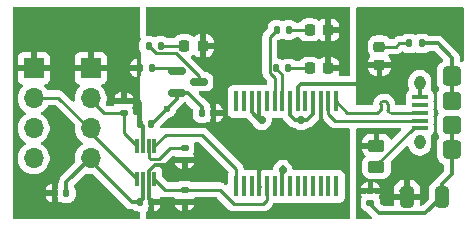
<source format=gtl>
%TF.GenerationSoftware,KiCad,Pcbnew,9.0.0-9.0.0-2~ubuntu24.10.1*%
%TF.CreationDate,2025-03-31T19:00:45+02:00*%
%TF.ProjectId,usb_uart_1V8,7573625f-7561-4727-945f-3156382e6b69,1*%
%TF.SameCoordinates,Original*%
%TF.FileFunction,Copper,L1,Top*%
%TF.FilePolarity,Positive*%
%FSLAX46Y46*%
G04 Gerber Fmt 4.6, Leading zero omitted, Abs format (unit mm)*
G04 Created by KiCad (PCBNEW 9.0.0-9.0.0-2~ubuntu24.10.1) date 2025-03-31 19:00:45*
%MOMM*%
%LPD*%
G01*
G04 APERTURE LIST*
G04 Aperture macros list*
%AMRoundRect*
0 Rectangle with rounded corners*
0 $1 Rounding radius*
0 $2 $3 $4 $5 $6 $7 $8 $9 X,Y pos of 4 corners*
0 Add a 4 corners polygon primitive as box body*
4,1,4,$2,$3,$4,$5,$6,$7,$8,$9,$2,$3,0*
0 Add four circle primitives for the rounded corners*
1,1,$1+$1,$2,$3*
1,1,$1+$1,$4,$5*
1,1,$1+$1,$6,$7*
1,1,$1+$1,$8,$9*
0 Add four rect primitives between the rounded corners*
20,1,$1+$1,$2,$3,$4,$5,0*
20,1,$1+$1,$4,$5,$6,$7,0*
20,1,$1+$1,$6,$7,$8,$9,0*
20,1,$1+$1,$8,$9,$2,$3,0*%
G04 Aperture macros list end*
%TA.AperFunction,ComponentPad*%
%ADD10R,1.700000X1.700000*%
%TD*%
%TA.AperFunction,ComponentPad*%
%ADD11O,1.700000X1.700000*%
%TD*%
%TA.AperFunction,HeatsinkPad*%
%ADD12O,1.550000X0.890000*%
%TD*%
%TA.AperFunction,SMDPad,CuDef*%
%ADD13RoundRect,0.250000X0.525000X-0.475000X0.525000X0.475000X-0.525000X0.475000X-0.525000X-0.475000X0*%
%TD*%
%TA.AperFunction,HeatsinkPad*%
%ADD14O,0.950000X1.250000*%
%TD*%
%TA.AperFunction,SMDPad,CuDef*%
%ADD15RoundRect,0.250000X0.525000X-0.500000X0.525000X0.500000X-0.525000X0.500000X-0.525000X-0.500000X0*%
%TD*%
%TA.AperFunction,SMDPad,CuDef*%
%ADD16RoundRect,0.100000X0.575000X-0.100000X0.575000X0.100000X-0.575000X0.100000X-0.575000X-0.100000X0*%
%TD*%
%TA.AperFunction,SMDPad,CuDef*%
%ADD17R,0.450000X1.750000*%
%TD*%
%TA.AperFunction,SMDPad,CuDef*%
%ADD18RoundRect,0.140000X-0.170000X0.140000X-0.170000X-0.140000X0.170000X-0.140000X0.170000X0.140000X0*%
%TD*%
%TA.AperFunction,SMDPad,CuDef*%
%ADD19RoundRect,0.150000X-0.587500X-0.150000X0.587500X-0.150000X0.587500X0.150000X-0.587500X0.150000X0*%
%TD*%
%TA.AperFunction,SMDPad,CuDef*%
%ADD20RoundRect,0.087500X0.087500X-0.537500X0.087500X0.537500X-0.087500X0.537500X-0.087500X-0.537500X0*%
%TD*%
%TA.AperFunction,SMDPad,CuDef*%
%ADD21RoundRect,0.135000X-0.185000X0.135000X-0.185000X-0.135000X0.185000X-0.135000X0.185000X0.135000X0*%
%TD*%
%TA.AperFunction,SMDPad,CuDef*%
%ADD22RoundRect,0.135000X0.185000X-0.135000X0.185000X0.135000X-0.185000X0.135000X-0.185000X-0.135000X0*%
%TD*%
%TA.AperFunction,SMDPad,CuDef*%
%ADD23RoundRect,0.135000X-0.135000X-0.185000X0.135000X-0.185000X0.135000X0.185000X-0.135000X0.185000X0*%
%TD*%
%TA.AperFunction,SMDPad,CuDef*%
%ADD24RoundRect,0.135000X0.135000X0.185000X-0.135000X0.185000X-0.135000X-0.185000X0.135000X-0.185000X0*%
%TD*%
%TA.AperFunction,SMDPad,CuDef*%
%ADD25RoundRect,0.250000X-0.325000X-0.650000X0.325000X-0.650000X0.325000X0.650000X-0.325000X0.650000X0*%
%TD*%
%TA.AperFunction,SMDPad,CuDef*%
%ADD26RoundRect,0.140000X-0.140000X-0.170000X0.140000X-0.170000X0.140000X0.170000X-0.140000X0.170000X0*%
%TD*%
%TA.AperFunction,SMDPad,CuDef*%
%ADD27RoundRect,0.140000X0.140000X0.170000X-0.140000X0.170000X-0.140000X-0.170000X0.140000X-0.170000X0*%
%TD*%
%TA.AperFunction,SMDPad,CuDef*%
%ADD28RoundRect,0.218750X-0.218750X-0.256250X0.218750X-0.256250X0.218750X0.256250X-0.218750X0.256250X0*%
%TD*%
%TA.AperFunction,SMDPad,CuDef*%
%ADD29RoundRect,0.218750X-0.256250X0.218750X-0.256250X-0.218750X0.256250X-0.218750X0.256250X0.218750X0*%
%TD*%
%TA.AperFunction,SMDPad,CuDef*%
%ADD30RoundRect,0.250000X0.450000X-0.262500X0.450000X0.262500X-0.450000X0.262500X-0.450000X-0.262500X0*%
%TD*%
%TA.AperFunction,ViaPad*%
%ADD31C,0.700000*%
%TD*%
%TA.AperFunction,ViaPad*%
%ADD32C,0.600000*%
%TD*%
%TA.AperFunction,Conductor*%
%ADD33C,0.250000*%
%TD*%
%TA.AperFunction,Conductor*%
%ADD34C,0.300000*%
%TD*%
%TA.AperFunction,Conductor*%
%ADD35C,0.200000*%
%TD*%
G04 APERTURE END LIST*
D10*
%TO.P,J3,1,Pin_1*%
%TO.N,VCC_TTL*%
X134620000Y-125730000D03*
D11*
%TO.P,J3,2,Pin_2*%
%TO.N,/TX*%
X134620000Y-128270000D03*
%TO.P,J3,3,Pin_3*%
%TO.N,/RX*%
X134620000Y-130810000D03*
%TO.P,J3,4,Pin_4*%
%TO.N,GND*%
X134620000Y-133350000D03*
%TD*%
D12*
%TO.P,J1,6,Shield*%
%TO.N,GND*%
X165200000Y-126000000D03*
D13*
X165200000Y-126475000D03*
D14*
X162500000Y-127000000D03*
D15*
X165200000Y-128500000D03*
X165200000Y-130500000D03*
D14*
X162500000Y-132000000D03*
D13*
X165200000Y-132525000D03*
D12*
X165200000Y-133000000D03*
D16*
%TO.P,J1,5,GND*%
X162500000Y-128200000D03*
%TO.P,J1,4,ID*%
%TO.N,unconnected-(J1-ID-Pad4)*%
X162500000Y-128850000D03*
%TO.P,J1,3,D+*%
%TO.N,/D+*%
X162500000Y-129500000D03*
%TO.P,J1,2,D-*%
%TO.N,/D-*%
X162500000Y-130150000D03*
%TO.P,J1,1,VBUS*%
%TO.N,Net-(J1-VBUS)*%
X162500000Y-130800000D03*
%TD*%
D10*
%TO.P,J2,1,Pin_1*%
%TO.N,VCC_TTL*%
X129794000Y-125730000D03*
D11*
%TO.P,J2,2,Pin_2*%
%TO.N,/RX*%
X129794000Y-128270000D03*
%TO.P,J2,3,Pin_3*%
%TO.N,/TX*%
X129794000Y-130810000D03*
%TO.P,J2,4,Pin_4*%
%TO.N,GND*%
X129794000Y-133350000D03*
%TD*%
D17*
%TO.P,U1,1,TXD*%
%TO.N,/TX_3V3*%
X146951000Y-135735742D03*
%TO.P,U1,2,DTR*%
%TO.N,unconnected-(U1-DTR-Pad2)*%
X147601000Y-135735742D03*
%TO.P,U1,3,RTS*%
%TO.N,unconnected-(U1-RTS-Pad3)*%
X148251000Y-135735742D03*
%TO.P,U1,4,VCCIO*%
%TO.N,+3V3*%
X148901000Y-135735742D03*
%TO.P,U1,5,RXD*%
%TO.N,/RX_3V3*%
X149551000Y-135735742D03*
%TO.P,U1,6,RI*%
%TO.N,unconnected-(U1-RI-Pad6)*%
X150201000Y-135735742D03*
%TO.P,U1,7,GND*%
%TO.N,GND*%
X150851000Y-135735742D03*
%TO.P,U1,8*%
%TO.N,N/C*%
X151501000Y-135735742D03*
%TO.P,U1,9,DCR*%
%TO.N,unconnected-(U1-DCR-Pad9)*%
X152151000Y-135735742D03*
%TO.P,U1,10,DCD*%
%TO.N,unconnected-(U1-DCD-Pad10)*%
X152801000Y-135735742D03*
%TO.P,U1,11,CTS*%
%TO.N,unconnected-(U1-CTS-Pad11)*%
X153451000Y-135735742D03*
%TO.P,U1,12,CBUS4*%
%TO.N,unconnected-(U1-CBUS4-Pad12)*%
X154101000Y-135735742D03*
%TO.P,U1,13,CBUS2*%
%TO.N,unconnected-(U1-CBUS2-Pad13)*%
X154751000Y-135735742D03*
%TO.P,U1,14,CBUS3*%
%TO.N,unconnected-(U1-CBUS3-Pad14)*%
X155401000Y-135735742D03*
%TO.P,U1,15,USBD+*%
%TO.N,/D+*%
X155401000Y-128535742D03*
%TO.P,U1,16,USBD-*%
%TO.N,/D-*%
X154751000Y-128535742D03*
%TO.P,U1,17,3V3OUT*%
%TO.N,+3V3*%
X154101000Y-128535742D03*
%TO.P,U1,18,GND*%
%TO.N,GND*%
X153451000Y-128535742D03*
%TO.P,U1,19,~{RESET}*%
%TO.N,unconnected-(U1-~{RESET}-Pad19)*%
X152801000Y-128535742D03*
%TO.P,U1,20,VCC*%
%TO.N,VBUS*%
X152151000Y-128535742D03*
%TO.P,U1,21,GND*%
%TO.N,GND*%
X151501000Y-128535742D03*
%TO.P,U1,22,CBUS1*%
%TO.N,/RXL*%
X150851000Y-128535742D03*
%TO.P,U1,23,CBUS0*%
%TO.N,/TXL*%
X150201000Y-128535742D03*
%TO.P,U1,24*%
%TO.N,N/C*%
X149551000Y-128535742D03*
%TO.P,U1,25,AGND*%
%TO.N,GND*%
X148901000Y-128535742D03*
%TO.P,U1,26,TEST*%
X148251000Y-128535742D03*
%TO.P,U1,27,OSCI*%
%TO.N,unconnected-(U1-OSCI-Pad27)*%
X147601000Y-128535742D03*
%TO.P,U1,28,OSCO*%
%TO.N,unconnected-(U1-OSCO-Pad28)*%
X146951000Y-128535742D03*
%TD*%
D18*
%TO.P,C3,2*%
%TO.N,GND*%
X158312000Y-137092000D03*
%TO.P,C3,1*%
%TO.N,VBUS*%
X158312000Y-136132000D03*
%TD*%
D19*
%TO.P,Q1,3,C*%
%TO.N,Net-(Q1-C)*%
X143763500Y-126867742D03*
%TO.P,Q1,2,E*%
%TO.N,GND*%
X141888500Y-127817742D03*
%TO.P,Q1,1,B*%
%TO.N,Net-(Q1-B)*%
X141888500Y-125917742D03*
%TD*%
D20*
%TO.P,U2,1,B2*%
%TO.N,/RX*%
X138520000Y-135125742D03*
%TO.P,U2,2,GND*%
%TO.N,GND*%
X139020000Y-135125742D03*
%TO.P,U2,3,VCCA*%
%TO.N,+3V3*%
X139520000Y-135125742D03*
%TO.P,U2,4,A2Y*%
%TO.N,/RX_3V3*%
X140020000Y-135125742D03*
%TO.P,U2,5,A1*%
%TO.N,/TX_3V3*%
X140020000Y-132325742D03*
%TO.P,U2,6,OE*%
%TO.N,Net-(U2-OE)*%
X139520000Y-132325742D03*
%TO.P,U2,7,VCCB*%
%TO.N,VCC_TTL*%
X139020000Y-132325742D03*
%TO.P,U2,8,B1Y*%
%TO.N,/TX*%
X138520000Y-132325742D03*
%TD*%
D21*
%TO.P,R10,1*%
%TO.N,VCC_TTL*%
X137414000Y-128522000D03*
%TO.P,R10,2*%
%TO.N,/TX*%
X137414000Y-129542000D03*
%TD*%
D22*
%TO.P,R9,1*%
%TO.N,+3V3*%
X142572000Y-137029742D03*
%TO.P,R9,2*%
%TO.N,/RX_3V3*%
X142572000Y-136009742D03*
%TD*%
%TO.P,R8,1*%
%TO.N,+3V3*%
X142572000Y-133473742D03*
%TO.P,R8,2*%
%TO.N,Net-(U2-OE)*%
X142572000Y-132453742D03*
%TD*%
D23*
%TO.P,R1,1*%
%TO.N,Net-(D1-K)*%
X161612000Y-123624000D03*
%TO.P,R1,2*%
%TO.N,GND*%
X162632000Y-123624000D03*
%TD*%
D24*
%TO.P,R4,1*%
%TO.N,Net-(D4-K)*%
X140542000Y-123819742D03*
%TO.P,R4,2*%
%TO.N,Net-(Q1-C)*%
X139522000Y-123819742D03*
%TD*%
%TO.P,R5,1*%
%TO.N,Net-(Q1-B)*%
X139780000Y-125724742D03*
%TO.P,R5,2*%
%TO.N,VCC_TTL*%
X138760000Y-125724742D03*
%TD*%
D25*
%TO.P,C2,1*%
%TO.N,VBUS*%
X161409000Y-136612000D03*
%TO.P,C2,2*%
%TO.N,GND*%
X164359000Y-136612000D03*
%TD*%
D24*
%TO.P,R3,2*%
%TO.N,/RXL*%
X150320191Y-125730000D03*
%TO.P,R3,1*%
%TO.N,Net-(D3-K)*%
X151340191Y-125730000D03*
%TD*%
D26*
%TO.P,C4,1*%
%TO.N,VCC_TTL*%
X131600000Y-136297000D03*
%TO.P,C4,2*%
%TO.N,GND*%
X132560000Y-136297000D03*
%TD*%
D27*
%TO.P,C1,1*%
%TO.N,+3V3*%
X145006000Y-129540000D03*
%TO.P,C1,2*%
%TO.N,GND*%
X144046000Y-129540000D03*
%TD*%
D28*
%TO.P,D4,1,K*%
%TO.N,Net-(D4-K)*%
X142546500Y-123819742D03*
%TO.P,D4,2,A*%
%TO.N,+3V3*%
X144121500Y-123819742D03*
%TD*%
D27*
%TO.P,C6,1*%
%TO.N,+3V3*%
X139750000Y-137027742D03*
%TO.P,C6,2*%
%TO.N,GND*%
X138790000Y-137027742D03*
%TD*%
D26*
%TO.P,C5,1*%
%TO.N,VCC_TTL*%
X138790000Y-130423742D03*
%TO.P,C5,2*%
%TO.N,GND*%
X139750000Y-130423742D03*
%TD*%
D28*
%TO.P,D3,2,A*%
%TO.N,+3V3*%
X154737191Y-125730000D03*
%TO.P,D3,1,K*%
%TO.N,Net-(D3-K)*%
X153162191Y-125730000D03*
%TD*%
D29*
%TO.P,D1,1,K*%
%TO.N,Net-(D1-K)*%
X159074000Y-123886500D03*
%TO.P,D1,2,A*%
%TO.N,VBUS*%
X159074000Y-125461500D03*
%TD*%
D30*
%TO.P,FB1,1*%
%TO.N,Net-(J1-VBUS)*%
X158820000Y-134095500D03*
%TO.P,FB1,2*%
%TO.N,VBUS*%
X158820000Y-132270500D03*
%TD*%
D24*
%TO.P,R2,1*%
%TO.N,Net-(D2-K)*%
X151386000Y-122483742D03*
%TO.P,R2,2*%
%TO.N,/TXL*%
X150366000Y-122483742D03*
%TD*%
D28*
%TO.P,D2,1,K*%
%TO.N,Net-(D2-K)*%
X153162191Y-122483742D03*
%TO.P,D2,2,A*%
%TO.N,+3V3*%
X154737191Y-122483742D03*
%TD*%
D31*
%TO.N,+3V3*%
X147320000Y-132080000D03*
X144780000Y-134620000D03*
X144744000Y-137029742D03*
%TO.N,GND*%
X150876000Y-134366000D03*
X152446000Y-130103742D03*
X149098000Y-130103742D03*
D32*
X141048000Y-129153742D03*
%TD*%
D33*
%TO.N,/D+*%
X159773939Y-129260000D02*
X159773939Y-128759561D01*
X159413939Y-128519561D02*
G75*
G03*
X159173861Y-128759561I-39J-240039D01*
G01*
X160013939Y-129500000D02*
G75*
G02*
X159773900Y-129260000I-39J240000D01*
G01*
X159533939Y-128519561D02*
X159413939Y-128519561D01*
X159773939Y-128759561D02*
G75*
G03*
X159533939Y-128519561I-240039J-39D01*
G01*
X158813939Y-129500000D02*
X158566976Y-129500000D01*
X159173939Y-128759561D02*
X159173939Y-129260000D01*
X158933939Y-129500000D02*
X158813939Y-129500000D01*
X159173939Y-129260000D02*
G75*
G02*
X158933939Y-129500039I-240039J0D01*
G01*
X162500000Y-129500000D02*
X160013939Y-129500000D01*
D34*
%TO.N,VBUS*%
X157226000Y-127000000D02*
X157170258Y-127055742D01*
X157170258Y-127055742D02*
X152446000Y-127055742D01*
X152446000Y-127055742D02*
X152151000Y-127350742D01*
X152151000Y-127350742D02*
X152151000Y-128535742D01*
D33*
%TO.N,Net-(D3-K)*%
X151340191Y-125730000D02*
X153162191Y-125730000D01*
%TO.N,Net-(D2-K)*%
X151386000Y-122483742D02*
X153162191Y-122483742D01*
%TO.N,/TXL*%
X150201000Y-128535742D02*
X150201000Y-126515793D01*
X150201000Y-126515793D02*
X149774191Y-126088984D01*
X149774191Y-126088984D02*
X149774191Y-123075551D01*
X149774191Y-123075551D02*
X150366000Y-122483742D01*
%TO.N,/RXL*%
X150851000Y-128535742D02*
X150851000Y-126260809D01*
X150851000Y-126260809D02*
X150320191Y-125730000D01*
D34*
%TO.N,GND*%
X144046000Y-129032000D02*
X144046000Y-129540000D01*
X141888500Y-127817742D02*
X142831742Y-127817742D01*
X142831742Y-127817742D02*
X144046000Y-129032000D01*
X150851000Y-135735742D02*
X150851000Y-134137000D01*
X150851000Y-134137000D02*
X150876000Y-134112000D01*
D33*
%TO.N,/D+*%
X158566976Y-129500000D02*
X156365258Y-129500000D01*
X156365258Y-129500000D02*
X155401000Y-128535742D01*
%TO.N,/D-*%
X154751000Y-128535742D02*
X154751000Y-129610742D01*
X154751000Y-129610742D02*
X155290258Y-130150000D01*
X155290258Y-130150000D02*
X159933552Y-130150000D01*
D35*
X159933552Y-130150000D02*
X159956519Y-130150000D01*
D33*
X159956519Y-130150000D02*
X162500000Y-130150000D01*
D34*
%TO.N,GND*%
X148251000Y-128535742D02*
X148251000Y-129455000D01*
X148899742Y-130103742D02*
X149098000Y-130103742D01*
X148251000Y-129455000D02*
X148899742Y-130103742D01*
X148901000Y-128535742D02*
X148901000Y-129906742D01*
X148901000Y-129906742D02*
X149098000Y-130103742D01*
X132560000Y-136297000D02*
X132560000Y-135380000D01*
X132560000Y-135380000D02*
X134620000Y-133320000D01*
D33*
%TO.N,/RX*%
X138520000Y-135125742D02*
X134444000Y-131049742D01*
X134444000Y-131049742D02*
X134444000Y-130780000D01*
X134444000Y-130780000D02*
X131880000Y-128216000D01*
X131880000Y-128216000D02*
X129818000Y-128216000D01*
X129818000Y-128216000D02*
X129794000Y-128240000D01*
%TO.N,/TXL*%
X150328809Y-122483743D02*
X150328809Y-122483742D01*
D34*
%TO.N,VCC_TTL*%
X138790000Y-130423742D02*
X138790000Y-128630000D01*
X138790000Y-128630000D02*
X138682000Y-128522000D01*
X138682000Y-128522000D02*
X137414000Y-128522000D01*
%TO.N,+3V3*%
X142572000Y-137029742D02*
X144744000Y-137029742D01*
X154737191Y-125785742D02*
X154737191Y-122529551D01*
X154737191Y-122529551D02*
X154783000Y-122483742D01*
%TO.N,VCC_TTL*%
X139020000Y-132325742D02*
X139020000Y-130653742D01*
X139020000Y-130653742D02*
X138790000Y-130423742D01*
D33*
%TO.N,/TX*%
X134444000Y-128240000D02*
X135746000Y-129542000D01*
X135746000Y-129542000D02*
X137414000Y-129542000D01*
X138520000Y-132325742D02*
X137414000Y-131219742D01*
X137414000Y-131219742D02*
X137414000Y-129542000D01*
D34*
%TO.N,GND*%
X138790000Y-137027742D02*
X138085742Y-137027742D01*
X138085742Y-137027742D02*
X134444000Y-133386000D01*
%TO.N,VCC_TTL*%
X131622000Y-136208000D02*
X131622000Y-136297000D01*
%TO.N,GND*%
X158312000Y-137092000D02*
X158312000Y-137247000D01*
X158312000Y-137247000D02*
X159074000Y-138009000D01*
X159074000Y-138009000D02*
X162962000Y-138009000D01*
X162962000Y-138009000D02*
X164359000Y-136612000D01*
D33*
%TO.N,/TX_3V3*%
X144064000Y-131373742D02*
X140972000Y-131373742D01*
X140972000Y-131373742D02*
X140020000Y-132325742D01*
%TO.N,/RX_3V3*%
X142572000Y-136009742D02*
X145553000Y-136009742D01*
D34*
%TO.N,+3V3*%
X139520000Y-135125742D02*
X139520000Y-134434752D01*
X139520000Y-134434752D02*
X140041010Y-133913742D01*
X140041010Y-133913742D02*
X141188000Y-133913742D01*
X141188000Y-133913742D02*
X141442000Y-133659742D01*
X141442000Y-133659742D02*
X141578000Y-133659742D01*
X141578000Y-133659742D02*
X141764000Y-133473742D01*
X141764000Y-133473742D02*
X142572000Y-133473742D01*
D33*
%TO.N,Net-(U2-OE)*%
X142572000Y-132453742D02*
X141378000Y-132453742D01*
X139520000Y-133261742D02*
X139520000Y-132325742D01*
X141378000Y-132453742D02*
X140426000Y-133405742D01*
X140426000Y-133405742D02*
X139664000Y-133405742D01*
X139664000Y-133405742D02*
X139520000Y-133261742D01*
D34*
%TO.N,GND*%
X153451000Y-128535742D02*
X153451000Y-129584742D01*
X153451000Y-129584742D02*
X152932000Y-130103742D01*
X152932000Y-130103742D02*
X152446000Y-130103742D01*
X151894000Y-130103742D02*
X152446000Y-130103742D01*
X151501000Y-129710742D02*
X151894000Y-130103742D01*
X151501000Y-128535742D02*
X151501000Y-129710742D01*
D33*
%TO.N,/TX_3V3*%
X146951000Y-135735742D02*
X146951000Y-134260742D01*
X146951000Y-134260742D02*
X144064000Y-131373742D01*
%TO.N,/RX_3V3*%
X145553000Y-136009742D02*
X146759000Y-137215742D01*
X146759000Y-137215742D02*
X149196000Y-137215742D01*
X149196000Y-137215742D02*
X149551000Y-136860742D01*
X149551000Y-136860742D02*
X149551000Y-135735742D01*
D34*
%TO.N,+3V3*%
X154101000Y-129980742D02*
X154224000Y-130103742D01*
X154101000Y-128535742D02*
X154101000Y-129980742D01*
X148901000Y-135735742D02*
X148901000Y-133924742D01*
X148890000Y-133913742D02*
X148901000Y-133924742D01*
X148918000Y-135752742D02*
X148901000Y-135735742D01*
D33*
%TO.N,Net-(J1-VBUS)*%
X162500000Y-130800000D02*
X161965000Y-130800000D01*
X161965000Y-130800000D02*
X158820000Y-133945000D01*
X158820000Y-133945000D02*
X158820000Y-134095500D01*
D34*
%TO.N,GND*%
X138790000Y-137027742D02*
X139020000Y-136797742D01*
X139020000Y-136797742D02*
X139020000Y-135125742D01*
%TO.N,+3V3*%
X139750000Y-137027742D02*
X139520000Y-136797742D01*
X139520000Y-136797742D02*
X139520000Y-135125742D01*
X139750000Y-137027742D02*
X142570000Y-137027742D01*
X142570000Y-137027742D02*
X142572000Y-137029742D01*
D33*
%TO.N,/RX_3V3*%
X140020000Y-135125742D02*
X140904000Y-136009742D01*
X140904000Y-136009742D02*
X142572000Y-136009742D01*
%TO.N,Net-(D4-K)*%
X140542000Y-123819742D02*
X142546500Y-123819742D01*
%TO.N,Net-(Q1-C)*%
X143763500Y-126867742D02*
X143763500Y-126377920D01*
X143763500Y-126377920D02*
X141851322Y-124465742D01*
X141851322Y-124465742D02*
X140168000Y-124465742D01*
X140168000Y-124465742D02*
X139522000Y-123819742D01*
D34*
%TO.N,GND*%
X139750000Y-130423742D02*
X139778000Y-130423742D01*
X139778000Y-130423742D02*
X141048000Y-129153742D01*
X141888500Y-128313242D02*
X141888500Y-127817742D01*
X165200000Y-132525000D02*
X165200000Y-130500000D01*
X165200000Y-134677000D02*
X165200000Y-133000000D01*
X164359000Y-136612000D02*
X164359000Y-135518000D01*
X141048000Y-129153742D02*
X141888500Y-128313242D01*
X162500000Y-127000000D02*
X162500000Y-128200000D01*
X163993000Y-123624000D02*
X162632000Y-123624000D01*
X165200000Y-124831000D02*
X163993000Y-123624000D01*
X165200000Y-128500000D02*
X165200000Y-126475000D01*
X165200000Y-126475000D02*
X165200000Y-124831000D01*
X164359000Y-135518000D02*
X165200000Y-134677000D01*
%TO.N,VBUS*%
X161409000Y-136612000D02*
X160929000Y-136132000D01*
X158820000Y-125715500D02*
X159074000Y-125461500D01*
X159074000Y-125461500D02*
X158972500Y-125563000D01*
D33*
%TO.N,Net-(D1-K)*%
X160496500Y-123886500D02*
X160759000Y-123624000D01*
X159074000Y-123886500D02*
X160496500Y-123886500D01*
X160759000Y-123624000D02*
X161612000Y-123624000D01*
%TO.N,Net-(J1-VBUS)*%
X162219000Y-130800000D02*
X162500000Y-130800000D01*
%TO.N,Net-(Q1-B)*%
X139780000Y-125724742D02*
X141695500Y-125724742D01*
X141695500Y-125724742D02*
X141888500Y-125917742D01*
%TD*%
%TA.AperFunction,Conductor*%
%TO.N,VCC_TTL*%
G36*
X138721539Y-120520185D02*
G01*
X138767294Y-120572989D01*
X138778500Y-120624500D01*
X138778500Y-122875242D01*
X138778501Y-122875251D01*
X138790052Y-122982692D01*
X138790054Y-122982704D01*
X138801260Y-123034214D01*
X138835385Y-123136743D01*
X138835387Y-123136746D01*
X138850186Y-123159775D01*
X138869870Y-123226815D01*
X138852602Y-123289934D01*
X138799131Y-123380347D01*
X138799129Y-123380353D01*
X138754335Y-123534533D01*
X138754334Y-123534539D01*
X138751500Y-123570553D01*
X138751500Y-124068911D01*
X138751501Y-124068933D01*
X138754335Y-124104947D01*
X138799129Y-124259130D01*
X138799131Y-124259135D01*
X138880732Y-124397115D01*
X138898000Y-124460236D01*
X138898000Y-126268873D01*
X138878433Y-126291455D01*
X138878430Y-126291459D01*
X138818664Y-126422325D01*
X138798976Y-126489373D01*
X138791286Y-126542862D01*
X138778500Y-126631791D01*
X138778500Y-128160839D01*
X138778521Y-128165409D01*
X138778522Y-128165580D01*
X138778539Y-128167519D01*
X138778600Y-128172061D01*
X138789715Y-128240664D01*
X138801613Y-128314093D01*
X138814478Y-128355182D01*
X138822488Y-128380766D01*
X138822491Y-128380777D01*
X138884587Y-128510568D01*
X138884710Y-128510753D01*
X138886363Y-128514293D01*
X138886899Y-128517819D01*
X138898000Y-128566739D01*
X138898000Y-130423742D01*
X138664000Y-130423742D01*
X138596961Y-130404057D01*
X138551206Y-130351253D01*
X138540000Y-130299742D01*
X138540000Y-129619236D01*
X138539998Y-129619235D01*
X138393094Y-129661915D01*
X138323224Y-129661716D01*
X138264554Y-129623774D01*
X138235711Y-129560135D01*
X138234499Y-129542846D01*
X138234499Y-129342820D01*
X138231665Y-129306796D01*
X138186869Y-129152607D01*
X138152581Y-129094629D01*
X138135398Y-129026905D01*
X138152582Y-128968386D01*
X138186404Y-128911196D01*
X138186405Y-128911194D01*
X138226844Y-128772000D01*
X137674409Y-128772000D01*
X137664680Y-128771618D01*
X137663186Y-128771500D01*
X137164830Y-128771500D01*
X137164813Y-128771501D01*
X137163692Y-128771589D01*
X137163330Y-128771618D01*
X137153607Y-128772000D01*
X136601156Y-128772000D01*
X136597004Y-128777529D01*
X136596861Y-128827775D01*
X136558919Y-128886445D01*
X136495280Y-128915288D01*
X136477984Y-128916500D01*
X136056452Y-128916500D01*
X136027011Y-128907855D01*
X135997025Y-128901332D01*
X135992009Y-128897577D01*
X135989413Y-128896815D01*
X135968771Y-128880181D01*
X135926623Y-128838033D01*
X135893138Y-128776710D01*
X135896372Y-128712036D01*
X135937246Y-128586243D01*
X135970500Y-128376287D01*
X135970500Y-128272000D01*
X136601156Y-128272000D01*
X137164000Y-128272000D01*
X137664000Y-128272000D01*
X138226844Y-128272000D01*
X138186404Y-128132805D01*
X138104738Y-127994714D01*
X138104731Y-127994705D01*
X137991294Y-127881268D01*
X137991285Y-127881261D01*
X137853191Y-127799593D01*
X137853188Y-127799592D01*
X137699130Y-127754834D01*
X137664000Y-127752068D01*
X137664000Y-128272000D01*
X137164000Y-128272000D01*
X137164000Y-127752068D01*
X137163999Y-127752068D01*
X137128869Y-127754834D01*
X137128868Y-127754834D01*
X136974811Y-127799592D01*
X136974808Y-127799593D01*
X136836714Y-127881261D01*
X136836705Y-127881268D01*
X136723268Y-127994705D01*
X136723261Y-127994714D01*
X136641595Y-128132805D01*
X136601156Y-128272000D01*
X135970500Y-128272000D01*
X135970500Y-128163713D01*
X135937246Y-127953757D01*
X135871557Y-127751588D01*
X135775051Y-127562184D01*
X135775049Y-127562181D01*
X135775048Y-127562179D01*
X135650109Y-127390213D01*
X135536181Y-127276285D01*
X135502696Y-127214962D01*
X135507680Y-127145270D01*
X135549552Y-127089337D01*
X135580529Y-127072422D01*
X135712086Y-127023354D01*
X135712093Y-127023350D01*
X135827187Y-126937190D01*
X135827190Y-126937187D01*
X135913350Y-126822093D01*
X135913354Y-126822086D01*
X135963596Y-126687379D01*
X135963598Y-126687372D01*
X135969999Y-126627844D01*
X135970000Y-126627827D01*
X135970000Y-125980000D01*
X135053012Y-125980000D01*
X135056048Y-125974742D01*
X137990069Y-125974742D01*
X137992832Y-126009864D01*
X137992833Y-126009870D01*
X138037592Y-126163930D01*
X138037593Y-126163933D01*
X138119261Y-126302027D01*
X138119268Y-126302036D01*
X138232705Y-126415473D01*
X138232714Y-126415480D01*
X138370805Y-126497146D01*
X138510000Y-126537586D01*
X138510000Y-125974742D01*
X137990069Y-125974742D01*
X135056048Y-125974742D01*
X135085925Y-125922993D01*
X135120000Y-125795826D01*
X135120000Y-125664174D01*
X135085925Y-125537007D01*
X135053012Y-125480000D01*
X135970000Y-125480000D01*
X135970000Y-125474742D01*
X137990069Y-125474742D01*
X138510000Y-125474742D01*
X138510000Y-124911896D01*
X138509998Y-124911895D01*
X138370811Y-124952333D01*
X138370808Y-124952335D01*
X138232714Y-125034003D01*
X138232705Y-125034010D01*
X138119268Y-125147447D01*
X138119261Y-125147456D01*
X138037593Y-125285550D01*
X138037592Y-125285553D01*
X137992833Y-125439613D01*
X137992832Y-125439619D01*
X137990069Y-125474742D01*
X135970000Y-125474742D01*
X135970000Y-124832172D01*
X135969999Y-124832155D01*
X135963598Y-124772627D01*
X135963596Y-124772620D01*
X135913354Y-124637913D01*
X135913350Y-124637906D01*
X135827190Y-124522812D01*
X135827187Y-124522809D01*
X135712093Y-124436649D01*
X135712086Y-124436645D01*
X135577379Y-124386403D01*
X135577372Y-124386401D01*
X135517844Y-124380000D01*
X134870000Y-124380000D01*
X134870000Y-125296988D01*
X134812993Y-125264075D01*
X134685826Y-125230000D01*
X134554174Y-125230000D01*
X134427007Y-125264075D01*
X134370000Y-125296988D01*
X134370000Y-124380000D01*
X133722155Y-124380000D01*
X133662627Y-124386401D01*
X133662620Y-124386403D01*
X133527913Y-124436645D01*
X133527906Y-124436649D01*
X133412812Y-124522809D01*
X133412809Y-124522812D01*
X133326649Y-124637906D01*
X133326645Y-124637913D01*
X133276403Y-124772620D01*
X133276401Y-124772627D01*
X133270000Y-124832155D01*
X133270000Y-125480000D01*
X134186988Y-125480000D01*
X134154075Y-125537007D01*
X134120000Y-125664174D01*
X134120000Y-125795826D01*
X134154075Y-125922993D01*
X134186988Y-125980000D01*
X133270000Y-125980000D01*
X133270000Y-126627844D01*
X133276401Y-126687372D01*
X133276403Y-126687379D01*
X133326645Y-126822086D01*
X133326649Y-126822093D01*
X133412809Y-126937187D01*
X133412812Y-126937190D01*
X133527906Y-127023350D01*
X133527913Y-127023354D01*
X133659470Y-127072422D01*
X133715404Y-127114293D01*
X133739821Y-127179758D01*
X133724969Y-127248031D01*
X133703819Y-127276285D01*
X133589889Y-127390215D01*
X133464951Y-127562179D01*
X133368444Y-127751585D01*
X133368443Y-127751587D01*
X133368443Y-127751588D01*
X133347102Y-127817269D01*
X133302753Y-127953760D01*
X133274395Y-128132805D01*
X133269500Y-128163713D01*
X133269500Y-128376287D01*
X133274155Y-128405677D01*
X133274655Y-128408833D01*
X133265699Y-128478126D01*
X133220702Y-128531578D01*
X133153950Y-128552216D01*
X133086636Y-128533490D01*
X133064500Y-128515910D01*
X132375822Y-127827232D01*
X132365859Y-127817269D01*
X132365858Y-127817267D01*
X132278733Y-127730142D01*
X132227509Y-127695915D01*
X132176286Y-127661688D01*
X132176283Y-127661686D01*
X132176280Y-127661685D01*
X132102603Y-127631168D01*
X132102601Y-127631167D01*
X132095792Y-127628347D01*
X132062452Y-127614537D01*
X132002029Y-127602518D01*
X131997306Y-127601578D01*
X131997304Y-127601578D01*
X131941610Y-127590500D01*
X131941607Y-127590500D01*
X131941606Y-127590500D01*
X131032805Y-127590500D01*
X130965766Y-127570815D01*
X130932488Y-127539387D01*
X130824104Y-127390208D01*
X130710181Y-127276285D01*
X130676696Y-127214962D01*
X130681680Y-127145270D01*
X130723552Y-127089337D01*
X130754529Y-127072422D01*
X130886086Y-127023354D01*
X130886093Y-127023350D01*
X131001187Y-126937190D01*
X131001190Y-126937187D01*
X131087350Y-126822093D01*
X131087354Y-126822086D01*
X131137596Y-126687379D01*
X131137598Y-126687372D01*
X131143999Y-126627844D01*
X131144000Y-126627827D01*
X131144000Y-125980000D01*
X130227012Y-125980000D01*
X130259925Y-125922993D01*
X130294000Y-125795826D01*
X130294000Y-125664174D01*
X130259925Y-125537007D01*
X130227012Y-125480000D01*
X131144000Y-125480000D01*
X131144000Y-124832172D01*
X131143999Y-124832155D01*
X131137598Y-124772627D01*
X131137596Y-124772620D01*
X131087354Y-124637913D01*
X131087350Y-124637906D01*
X131001190Y-124522812D01*
X131001187Y-124522809D01*
X130886093Y-124436649D01*
X130886086Y-124436645D01*
X130751379Y-124386403D01*
X130751372Y-124386401D01*
X130691844Y-124380000D01*
X130044000Y-124380000D01*
X130044000Y-125296988D01*
X129986993Y-125264075D01*
X129859826Y-125230000D01*
X129728174Y-125230000D01*
X129601007Y-125264075D01*
X129544000Y-125296988D01*
X129544000Y-124380000D01*
X128896155Y-124380000D01*
X128836627Y-124386401D01*
X128836620Y-124386403D01*
X128701913Y-124436645D01*
X128701906Y-124436649D01*
X128586812Y-124522809D01*
X128586809Y-124522812D01*
X128500649Y-124637906D01*
X128500645Y-124637913D01*
X128450403Y-124772620D01*
X128450401Y-124772627D01*
X128444000Y-124832155D01*
X128444000Y-125480000D01*
X129360988Y-125480000D01*
X129328075Y-125537007D01*
X129294000Y-125664174D01*
X129294000Y-125795826D01*
X129328075Y-125922993D01*
X129360988Y-125980000D01*
X128444000Y-125980000D01*
X128444000Y-126627844D01*
X128450401Y-126687372D01*
X128450403Y-126687379D01*
X128500645Y-126822086D01*
X128500649Y-126822093D01*
X128586809Y-126937187D01*
X128586812Y-126937190D01*
X128701906Y-127023350D01*
X128701913Y-127023354D01*
X128833470Y-127072422D01*
X128889404Y-127114293D01*
X128913821Y-127179758D01*
X128898969Y-127248031D01*
X128877819Y-127276285D01*
X128763889Y-127390215D01*
X128638951Y-127562179D01*
X128542444Y-127751585D01*
X128542443Y-127751587D01*
X128542443Y-127751588D01*
X128521102Y-127817269D01*
X128476753Y-127953760D01*
X128448395Y-128132805D01*
X128443500Y-128163713D01*
X128443500Y-128376287D01*
X128444211Y-128380777D01*
X128473071Y-128562994D01*
X128476754Y-128586243D01*
X128537110Y-128772000D01*
X128542444Y-128788414D01*
X128638951Y-128977820D01*
X128763890Y-129149786D01*
X128914213Y-129300109D01*
X129086182Y-129425050D01*
X129094946Y-129429516D01*
X129145742Y-129477491D01*
X129162536Y-129545312D01*
X129139998Y-129611447D01*
X129094946Y-129650484D01*
X129086182Y-129654949D01*
X128914213Y-129779890D01*
X128763890Y-129930213D01*
X128638951Y-130102179D01*
X128542444Y-130291585D01*
X128476753Y-130493760D01*
X128453888Y-130638124D01*
X128443500Y-130703713D01*
X128443500Y-130916287D01*
X128476754Y-131126243D01*
X128539703Y-131319980D01*
X128542444Y-131328414D01*
X128638951Y-131517820D01*
X128763890Y-131689786D01*
X128914213Y-131840109D01*
X129086182Y-131965050D01*
X129094946Y-131969516D01*
X129145742Y-132017491D01*
X129162536Y-132085312D01*
X129139998Y-132151447D01*
X129094946Y-132190484D01*
X129086182Y-132194949D01*
X128914213Y-132319890D01*
X128763890Y-132470213D01*
X128638951Y-132642179D01*
X128542444Y-132831585D01*
X128476753Y-133033760D01*
X128443500Y-133243713D01*
X128443500Y-133456286D01*
X128469568Y-133620877D01*
X128476754Y-133666243D01*
X128503189Y-133747602D01*
X128542444Y-133868414D01*
X128638951Y-134057820D01*
X128763890Y-134229786D01*
X128914213Y-134380109D01*
X129086179Y-134505048D01*
X129086181Y-134505049D01*
X129086184Y-134505051D01*
X129275588Y-134601557D01*
X129477757Y-134667246D01*
X129687713Y-134700500D01*
X129687714Y-134700500D01*
X129900286Y-134700500D01*
X129900287Y-134700500D01*
X130110243Y-134667246D01*
X130312412Y-134601557D01*
X130501816Y-134505051D01*
X130533905Y-134481737D01*
X130673786Y-134380109D01*
X130673788Y-134380106D01*
X130673792Y-134380104D01*
X130824104Y-134229792D01*
X130824106Y-134229788D01*
X130824109Y-134229786D01*
X130949048Y-134057820D01*
X130949047Y-134057820D01*
X130949051Y-134057816D01*
X131045557Y-133868412D01*
X131111246Y-133666243D01*
X131144500Y-133456287D01*
X131144500Y-133243713D01*
X131111246Y-133033757D01*
X131045557Y-132831588D01*
X130949051Y-132642184D01*
X130949049Y-132642181D01*
X130949048Y-132642179D01*
X130824109Y-132470213D01*
X130673786Y-132319890D01*
X130501820Y-132194951D01*
X130501115Y-132194591D01*
X130493054Y-132190485D01*
X130442259Y-132142512D01*
X130425463Y-132074692D01*
X130447999Y-132008556D01*
X130493054Y-131969515D01*
X130501816Y-131965051D01*
X130530556Y-131944170D01*
X130673786Y-131840109D01*
X130673788Y-131840106D01*
X130673792Y-131840104D01*
X130824104Y-131689792D01*
X130824106Y-131689788D01*
X130824109Y-131689786D01*
X130949048Y-131517820D01*
X130949047Y-131517820D01*
X130949051Y-131517816D01*
X131045557Y-131328412D01*
X131111246Y-131126243D01*
X131144500Y-130916287D01*
X131144500Y-130703713D01*
X131111246Y-130493757D01*
X131045557Y-130291588D01*
X130949051Y-130102184D01*
X130949049Y-130102181D01*
X130949048Y-130102179D01*
X130824109Y-129930213D01*
X130673786Y-129779890D01*
X130501820Y-129654951D01*
X130497396Y-129652697D01*
X130493054Y-129650485D01*
X130442259Y-129602512D01*
X130425463Y-129534692D01*
X130447999Y-129468556D01*
X130493054Y-129429515D01*
X130501816Y-129425051D01*
X130562091Y-129381259D01*
X130673786Y-129300109D01*
X130673788Y-129300106D01*
X130673792Y-129300104D01*
X130824104Y-129149792D01*
X130824106Y-129149788D01*
X130824109Y-129149786D01*
X130913386Y-129026905D01*
X130949051Y-128977816D01*
X130984009Y-128909205D01*
X131031983Y-128858409D01*
X131094494Y-128841500D01*
X131569548Y-128841500D01*
X131636587Y-128861185D01*
X131657229Y-128877819D01*
X133254032Y-130474623D01*
X133287517Y-130535946D01*
X133288824Y-130581702D01*
X133269500Y-130703707D01*
X133269500Y-130703713D01*
X133269500Y-130916287D01*
X133302754Y-131126243D01*
X133365703Y-131319980D01*
X133368444Y-131328414D01*
X133464951Y-131517820D01*
X133589890Y-131689786D01*
X133740213Y-131840109D01*
X133912182Y-131965050D01*
X133920946Y-131969516D01*
X133971742Y-132017491D01*
X133988536Y-132085312D01*
X133965998Y-132151447D01*
X133920946Y-132190484D01*
X133912182Y-132194949D01*
X133740213Y-132319890D01*
X133589890Y-132470213D01*
X133464951Y-132642179D01*
X133368444Y-132831585D01*
X133302753Y-133033760D01*
X133269500Y-133243713D01*
X133269500Y-133456287D01*
X133269499Y-133456287D01*
X133299850Y-133647916D01*
X133290895Y-133717209D01*
X133265058Y-133754994D01*
X132054722Y-134965331D01*
X132054720Y-134965333D01*
X132034158Y-134996109D01*
X132020582Y-135016428D01*
X132013724Y-135026692D01*
X131983534Y-135071873D01*
X131934499Y-135190255D01*
X131934497Y-135190261D01*
X131909500Y-135315928D01*
X131909500Y-135385860D01*
X131889815Y-135452899D01*
X131859953Y-135485020D01*
X131850000Y-135492493D01*
X131850000Y-135798645D01*
X131832734Y-135861763D01*
X131827507Y-135870600D01*
X131827504Y-135870608D01*
X131782357Y-136026002D01*
X131782356Y-136026008D01*
X131779500Y-136062302D01*
X131779500Y-136531697D01*
X131782356Y-136567991D01*
X131782357Y-136567997D01*
X131827503Y-136723389D01*
X131827505Y-136723393D01*
X131827506Y-136723395D01*
X131832732Y-136732233D01*
X131850000Y-136795352D01*
X131850000Y-137101503D01*
X131996194Y-137059032D01*
X132016384Y-137047091D01*
X132084108Y-137029906D01*
X132142629Y-137047089D01*
X132163605Y-137059494D01*
X132204587Y-137071400D01*
X132319002Y-137104642D01*
X132319005Y-137104642D01*
X132319007Y-137104643D01*
X132355310Y-137107500D01*
X132355318Y-137107500D01*
X132764682Y-137107500D01*
X132764690Y-137107500D01*
X132800993Y-137104643D01*
X132800995Y-137104642D01*
X132800997Y-137104642D01*
X132841975Y-137092736D01*
X132956395Y-137059494D01*
X133095687Y-136977117D01*
X133210117Y-136862687D01*
X133292494Y-136723395D01*
X133337643Y-136567993D01*
X133340500Y-136531690D01*
X133340500Y-136062310D01*
X133337643Y-136026007D01*
X133335608Y-136019004D01*
X133292495Y-135870609D01*
X133292494Y-135870606D01*
X133292494Y-135870605D01*
X133228796Y-135762898D01*
X133211614Y-135695175D01*
X133233774Y-135628912D01*
X133247843Y-135612102D01*
X134166205Y-134693739D01*
X134227526Y-134660256D01*
X134292200Y-134663490D01*
X134303757Y-134667246D01*
X134513713Y-134700500D01*
X134513714Y-134700500D01*
X134726285Y-134700500D01*
X134726287Y-134700500D01*
X134760800Y-134695033D01*
X134830092Y-134703987D01*
X134867879Y-134729825D01*
X137671067Y-137533014D01*
X137671068Y-137533015D01*
X137671071Y-137533017D01*
X137671073Y-137533019D01*
X137777615Y-137604207D01*
X137895998Y-137653243D01*
X137896002Y-137653243D01*
X137896003Y-137653244D01*
X138021670Y-137678242D01*
X138021673Y-137678242D01*
X138173676Y-137678242D01*
X138240715Y-137697927D01*
X138249676Y-137704262D01*
X138254310Y-137707856D01*
X138254313Y-137707859D01*
X138393605Y-137790236D01*
X138434587Y-137802142D01*
X138549002Y-137835384D01*
X138549005Y-137835384D01*
X138549007Y-137835385D01*
X138585310Y-137838242D01*
X138654500Y-137838242D01*
X138721539Y-137857927D01*
X138767294Y-137910731D01*
X138778500Y-137962242D01*
X138778500Y-138375500D01*
X138758815Y-138442539D01*
X138706011Y-138488294D01*
X138654500Y-138499500D01*
X128154500Y-138499500D01*
X128087461Y-138479815D01*
X128041706Y-138427011D01*
X128030500Y-138375500D01*
X128030500Y-136547000D01*
X130821210Y-136547000D01*
X130822854Y-136567910D01*
X130867968Y-136723195D01*
X130950278Y-136862374D01*
X130950285Y-136862383D01*
X131064616Y-136976714D01*
X131064625Y-136976721D01*
X131203804Y-137059031D01*
X131350000Y-137101504D01*
X131350000Y-136547000D01*
X130821210Y-136547000D01*
X128030500Y-136547000D01*
X128030500Y-136046999D01*
X130821209Y-136046999D01*
X130821210Y-136047000D01*
X131350000Y-136047000D01*
X131350000Y-135492494D01*
X131349998Y-135492493D01*
X131203809Y-135534965D01*
X131203806Y-135534967D01*
X131064625Y-135617278D01*
X131064616Y-135617285D01*
X130950285Y-135731616D01*
X130950278Y-135731625D01*
X130867968Y-135870804D01*
X130867966Y-135870809D01*
X130822855Y-136026081D01*
X130822854Y-136026087D01*
X130821209Y-136046999D01*
X128030500Y-136046999D01*
X128030500Y-120624500D01*
X128050185Y-120557461D01*
X128102989Y-120511706D01*
X128154500Y-120500500D01*
X138654500Y-120500500D01*
X138721539Y-120520185D01*
G37*
%TD.AperFunction*%
%TD*%
%TA.AperFunction,Conductor*%
%TO.N,+3V3*%
G36*
X156529039Y-120520185D02*
G01*
X156574794Y-120572989D01*
X156586000Y-120624500D01*
X156586000Y-126281242D01*
X156566315Y-126348281D01*
X156513511Y-126394036D01*
X156462000Y-126405242D01*
X155746004Y-126405242D01*
X155678965Y-126385557D01*
X155633210Y-126332753D01*
X155623266Y-126263595D01*
X155628298Y-126242238D01*
X155664633Y-126132583D01*
X155674690Y-126034150D01*
X155674691Y-126034137D01*
X155674691Y-125980000D01*
X154861191Y-125980000D01*
X154794152Y-125960315D01*
X154748397Y-125907511D01*
X154737191Y-125856000D01*
X154737191Y-125730000D01*
X154611191Y-125730000D01*
X154544152Y-125710315D01*
X154498397Y-125657511D01*
X154487191Y-125606000D01*
X154487191Y-125480000D01*
X154987191Y-125480000D01*
X155674690Y-125480000D01*
X155674690Y-125425864D01*
X155674689Y-125425847D01*
X155664634Y-125327416D01*
X155611784Y-125167927D01*
X155611782Y-125167922D01*
X155523576Y-125024919D01*
X155404771Y-124906114D01*
X155261768Y-124817908D01*
X155261763Y-124817906D01*
X155102274Y-124765057D01*
X155003841Y-124755000D01*
X154987191Y-124755000D01*
X154987191Y-125480000D01*
X154487191Y-125480000D01*
X154487191Y-124754999D01*
X154470547Y-124755000D01*
X154372106Y-124765057D01*
X154212618Y-124817906D01*
X154212613Y-124817908D01*
X154069610Y-124906114D01*
X154037724Y-124938000D01*
X153976400Y-124971485D01*
X153906709Y-124966499D01*
X153862364Y-124938000D01*
X153830083Y-124905719D01*
X153830078Y-124905716D01*
X153686986Y-124817455D01*
X153686980Y-124817452D01*
X153686978Y-124817451D01*
X153527376Y-124764564D01*
X153527374Y-124764563D01*
X153428872Y-124754500D01*
X153428865Y-124754500D01*
X152895517Y-124754500D01*
X152895509Y-124754500D01*
X152797007Y-124764563D01*
X152797006Y-124764564D01*
X152736288Y-124784684D01*
X152637406Y-124817450D01*
X152637395Y-124817455D01*
X152494303Y-124905716D01*
X152494299Y-124905719D01*
X152375411Y-125024607D01*
X152375410Y-125024609D01*
X152362463Y-125045598D01*
X152310517Y-125092321D01*
X152256926Y-125104500D01*
X151984787Y-125104500D01*
X151917748Y-125084815D01*
X151897106Y-125068181D01*
X151867794Y-125038869D01*
X151867786Y-125038863D01*
X151729584Y-124957131D01*
X151729579Y-124957129D01*
X151575399Y-124912335D01*
X151575393Y-124912334D01*
X151539372Y-124909500D01*
X151141021Y-124909500D01*
X151140999Y-124909501D01*
X151104985Y-124912335D01*
X150950802Y-124957129D01*
X150950795Y-124957132D01*
X150893310Y-124991128D01*
X150825586Y-125008309D01*
X150767072Y-124991128D01*
X150709586Y-124957132D01*
X150709579Y-124957129D01*
X150555399Y-124912335D01*
X150555393Y-124912334D01*
X150519349Y-124909498D01*
X150518788Y-124909476D01*
X150518703Y-124909447D01*
X150516945Y-124909309D01*
X150516979Y-124908866D01*
X150452579Y-124887156D01*
X150408948Y-124832584D01*
X150399691Y-124785573D01*
X150399691Y-123428241D01*
X150419376Y-123361202D01*
X150472180Y-123315447D01*
X150523691Y-123304241D01*
X150565168Y-123304241D01*
X150565180Y-123304241D01*
X150601204Y-123301407D01*
X150755393Y-123256611D01*
X150812882Y-123222611D01*
X150880602Y-123205430D01*
X150939117Y-123222611D01*
X150996607Y-123256611D01*
X150996610Y-123256611D01*
X150996612Y-123256613D01*
X151150791Y-123301406D01*
X151150794Y-123301406D01*
X151150796Y-123301407D01*
X151186819Y-123304242D01*
X151585180Y-123304241D01*
X151621204Y-123301407D01*
X151775393Y-123256611D01*
X151913598Y-123174877D01*
X151920330Y-123168145D01*
X151942915Y-123145561D01*
X151969842Y-123130857D01*
X151995661Y-123114265D01*
X152001861Y-123113373D01*
X152004238Y-123112076D01*
X152030596Y-123109242D01*
X152256926Y-123109242D01*
X152323965Y-123128927D01*
X152362463Y-123168143D01*
X152375410Y-123189133D01*
X152375411Y-123189134D01*
X152494299Y-123308022D01*
X152494303Y-123308025D01*
X152637395Y-123396286D01*
X152637398Y-123396287D01*
X152637404Y-123396291D01*
X152797006Y-123449178D01*
X152895517Y-123459242D01*
X152895522Y-123459242D01*
X153428860Y-123459242D01*
X153428865Y-123459242D01*
X153527376Y-123449178D01*
X153686978Y-123396291D01*
X153830082Y-123308023D01*
X153862363Y-123275742D01*
X153923686Y-123242257D01*
X153993378Y-123247241D01*
X154037725Y-123275742D01*
X154069610Y-123307627D01*
X154212613Y-123395833D01*
X154212618Y-123395835D01*
X154372107Y-123448684D01*
X154470547Y-123458741D01*
X154987191Y-123458741D01*
X155003827Y-123458741D01*
X155003843Y-123458740D01*
X155102274Y-123448685D01*
X155261763Y-123395835D01*
X155261768Y-123395833D01*
X155404771Y-123307627D01*
X155523576Y-123188822D01*
X155611782Y-123045819D01*
X155611784Y-123045814D01*
X155664633Y-122886325D01*
X155674690Y-122787892D01*
X155674691Y-122787879D01*
X155674691Y-122733742D01*
X154987191Y-122733742D01*
X154987191Y-123458741D01*
X154470547Y-123458741D01*
X154487191Y-123458740D01*
X154487191Y-122233742D01*
X154987191Y-122233742D01*
X155674690Y-122233742D01*
X155674690Y-122179606D01*
X155674689Y-122179589D01*
X155664634Y-122081158D01*
X155611784Y-121921669D01*
X155611782Y-121921664D01*
X155523576Y-121778661D01*
X155404771Y-121659856D01*
X155261768Y-121571650D01*
X155261763Y-121571648D01*
X155102274Y-121518799D01*
X155003841Y-121508742D01*
X154987191Y-121508742D01*
X154987191Y-122233742D01*
X154487191Y-122233742D01*
X154487191Y-121508741D01*
X154470547Y-121508742D01*
X154372106Y-121518799D01*
X154212618Y-121571648D01*
X154212613Y-121571650D01*
X154069610Y-121659856D01*
X154037724Y-121691742D01*
X153976400Y-121725227D01*
X153906709Y-121720241D01*
X153862364Y-121691742D01*
X153830083Y-121659461D01*
X153830078Y-121659458D01*
X153686986Y-121571197D01*
X153686980Y-121571194D01*
X153686978Y-121571193D01*
X153527376Y-121518306D01*
X153527374Y-121518305D01*
X153428872Y-121508242D01*
X153428865Y-121508242D01*
X152895517Y-121508242D01*
X152895509Y-121508242D01*
X152797007Y-121518305D01*
X152797006Y-121518306D01*
X152717910Y-121544515D01*
X152637406Y-121571192D01*
X152637395Y-121571197D01*
X152494303Y-121659458D01*
X152494299Y-121659461D01*
X152375411Y-121778349D01*
X152375410Y-121778351D01*
X152362463Y-121799340D01*
X152354877Y-121806163D01*
X152350639Y-121815445D01*
X152329339Y-121829133D01*
X152310517Y-121846063D01*
X152298881Y-121848707D01*
X152291861Y-121853219D01*
X152256926Y-121858242D01*
X152030596Y-121858242D01*
X151963557Y-121838557D01*
X151942915Y-121821923D01*
X151913603Y-121792611D01*
X151913595Y-121792605D01*
X151775393Y-121710873D01*
X151775388Y-121710871D01*
X151621208Y-121666077D01*
X151621202Y-121666076D01*
X151585181Y-121663242D01*
X151186830Y-121663242D01*
X151186808Y-121663243D01*
X151150794Y-121666077D01*
X150996611Y-121710871D01*
X150996604Y-121710874D01*
X150939119Y-121744870D01*
X150871395Y-121762051D01*
X150812881Y-121744870D01*
X150755395Y-121710874D01*
X150755388Y-121710871D01*
X150601208Y-121666077D01*
X150601202Y-121666076D01*
X150565181Y-121663242D01*
X150166830Y-121663242D01*
X150166808Y-121663243D01*
X150130794Y-121666077D01*
X149976611Y-121710871D01*
X149976606Y-121710873D01*
X149838404Y-121792605D01*
X149838396Y-121792611D01*
X149724869Y-121906138D01*
X149724863Y-121906146D01*
X149643131Y-122044348D01*
X149643129Y-122044353D01*
X149598335Y-122198533D01*
X149598334Y-122198539D01*
X149595500Y-122234553D01*
X149595500Y-122318289D01*
X149575815Y-122385328D01*
X149559181Y-122405970D01*
X149288335Y-122676815D01*
X149288329Y-122676823D01*
X149219881Y-122779259D01*
X149219880Y-122779261D01*
X149192964Y-122844244D01*
X149181050Y-122873007D01*
X149181048Y-122873012D01*
X149177129Y-122882476D01*
X149172728Y-122893100D01*
X149151052Y-123002077D01*
X149150669Y-123003998D01*
X149150665Y-123004019D01*
X149148691Y-123013940D01*
X149148691Y-126150595D01*
X149172726Y-126271428D01*
X149172731Y-126271445D01*
X149219876Y-126385265D01*
X149219878Y-126385268D01*
X149233224Y-126405242D01*
X149240331Y-126415877D01*
X149288333Y-126487717D01*
X149375458Y-126574842D01*
X149375461Y-126574844D01*
X149383337Y-126582720D01*
X149539181Y-126738564D01*
X149572666Y-126799887D01*
X149575500Y-126826245D01*
X149575500Y-127036242D01*
X149555815Y-127103281D01*
X149503011Y-127149036D01*
X149451501Y-127160242D01*
X149278131Y-127160242D01*
X149278119Y-127160243D01*
X149239253Y-127164421D01*
X149212748Y-127164421D01*
X149173874Y-127160242D01*
X148628130Y-127160242D01*
X148628119Y-127160243D01*
X148589253Y-127164421D01*
X148562748Y-127164421D01*
X148523874Y-127160242D01*
X147978130Y-127160242D01*
X147978119Y-127160243D01*
X147939253Y-127164421D01*
X147912748Y-127164421D01*
X147873874Y-127160242D01*
X147328130Y-127160242D01*
X147328119Y-127160243D01*
X147289253Y-127164421D01*
X147262748Y-127164421D01*
X147223874Y-127160242D01*
X146678129Y-127160242D01*
X146678123Y-127160243D01*
X146618516Y-127166650D01*
X146483671Y-127216944D01*
X146483664Y-127216948D01*
X146368455Y-127303194D01*
X146368452Y-127303197D01*
X146282206Y-127418406D01*
X146282202Y-127418413D01*
X146231908Y-127553259D01*
X146225501Y-127612858D01*
X146225500Y-127612877D01*
X146225500Y-129458612D01*
X146225501Y-129458618D01*
X146231908Y-129518225D01*
X146282202Y-129653070D01*
X146282206Y-129653077D01*
X146368452Y-129768286D01*
X146368455Y-129768289D01*
X146483664Y-129854535D01*
X146483671Y-129854539D01*
X146506721Y-129863136D01*
X146618517Y-129904833D01*
X146678127Y-129911242D01*
X147223872Y-129911241D01*
X147223873Y-129911240D01*
X147223885Y-129911240D01*
X147262744Y-129907062D01*
X147289252Y-129907062D01*
X147328127Y-129911242D01*
X147735933Y-129911241D01*
X147802972Y-129930925D01*
X147823614Y-129947560D01*
X148299728Y-130423674D01*
X148326608Y-130463901D01*
X148344296Y-130506604D01*
X148437373Y-130645904D01*
X148555837Y-130764368D01*
X148623526Y-130809596D01*
X148695137Y-130857445D01*
X148849918Y-130921558D01*
X149014228Y-130954241D01*
X149014232Y-130954242D01*
X149014233Y-130954242D01*
X149181768Y-130954242D01*
X149181769Y-130954241D01*
X149346082Y-130921558D01*
X149500863Y-130857445D01*
X149640162Y-130764368D01*
X149758626Y-130645904D01*
X149851703Y-130506605D01*
X149915816Y-130351824D01*
X149948500Y-130187509D01*
X149948500Y-130035241D01*
X149968185Y-129968202D01*
X150020989Y-129922447D01*
X150072496Y-129911241D01*
X150473872Y-129911241D01*
X150473885Y-129911240D01*
X150512744Y-129907062D01*
X150539252Y-129907062D01*
X150578127Y-129911242D01*
X150797098Y-129911241D01*
X150864138Y-129930925D01*
X150909893Y-129983729D01*
X150911659Y-129987787D01*
X150924532Y-130018864D01*
X150924534Y-130018867D01*
X150924535Y-130018869D01*
X150995723Y-130125411D01*
X150995726Y-130125415D01*
X151479328Y-130609017D01*
X151479331Y-130609019D01*
X151553284Y-130658432D01*
X151585873Y-130680207D01*
X151704256Y-130729243D01*
X151704260Y-130729243D01*
X151704261Y-130729244D01*
X151829928Y-130754242D01*
X151829931Y-130754242D01*
X151851068Y-130754242D01*
X151918107Y-130773927D01*
X151919959Y-130775140D01*
X151971526Y-130809596D01*
X152043137Y-130857445D01*
X152197918Y-130921558D01*
X152362228Y-130954241D01*
X152362232Y-130954242D01*
X152362233Y-130954242D01*
X152529768Y-130954242D01*
X152529769Y-130954241D01*
X152694082Y-130921558D01*
X152848863Y-130857445D01*
X152985887Y-130765887D01*
X153030576Y-130747377D01*
X153121744Y-130729243D01*
X153240127Y-130680207D01*
X153272716Y-130658432D01*
X153346669Y-130609019D01*
X153956277Y-129999411D01*
X154004245Y-129927619D01*
X154057855Y-129882817D01*
X154127180Y-129874108D01*
X154190207Y-129904262D01*
X154210448Y-129927621D01*
X154265141Y-130009474D01*
X154265144Y-130009478D01*
X154356586Y-130100920D01*
X154356608Y-130100940D01*
X154804397Y-130548729D01*
X154804400Y-130548733D01*
X154891525Y-130635858D01*
X154942748Y-130670084D01*
X154993972Y-130704312D01*
X155060502Y-130731869D01*
X155107806Y-130751463D01*
X155168229Y-130763481D01*
X155228651Y-130775500D01*
X156462000Y-130775500D01*
X156529039Y-130795185D01*
X156574794Y-130847989D01*
X156586000Y-130899500D01*
X156586000Y-138375500D01*
X156566315Y-138442539D01*
X156513511Y-138488294D01*
X156462000Y-138499500D01*
X139408000Y-138499500D01*
X139340961Y-138479815D01*
X139295206Y-138427011D01*
X139284000Y-138375500D01*
X139284000Y-137934645D01*
X139303685Y-137867606D01*
X139356489Y-137821851D01*
X139425647Y-137811907D01*
X139442595Y-137815569D01*
X139500000Y-137832246D01*
X139500000Y-137832245D01*
X140000000Y-137832245D01*
X140146195Y-137789773D01*
X140285374Y-137707463D01*
X140285383Y-137707456D01*
X140399714Y-137593125D01*
X140399721Y-137593116D01*
X140482031Y-137453937D01*
X140482033Y-137453932D01*
X140527144Y-137298660D01*
X140527145Y-137298654D01*
X140528633Y-137279742D01*
X141759156Y-137279742D01*
X141799595Y-137418936D01*
X141881261Y-137557027D01*
X141881268Y-137557036D01*
X141994705Y-137670473D01*
X141994714Y-137670480D01*
X142132808Y-137752148D01*
X142132811Y-137752149D01*
X142286871Y-137796908D01*
X142286877Y-137796909D01*
X142322000Y-137799673D01*
X142322000Y-137799672D01*
X142822000Y-137799672D01*
X142857122Y-137796909D01*
X142857128Y-137796908D01*
X143011188Y-137752149D01*
X143011191Y-137752148D01*
X143149285Y-137670480D01*
X143149294Y-137670473D01*
X143262731Y-137557036D01*
X143262738Y-137557027D01*
X143344404Y-137418936D01*
X143384844Y-137279742D01*
X142822000Y-137279742D01*
X142822000Y-137799672D01*
X142322000Y-137799672D01*
X142322000Y-137279742D01*
X141759156Y-137279742D01*
X140528633Y-137279742D01*
X140528790Y-137277742D01*
X140000000Y-137277742D01*
X140000000Y-137832245D01*
X139500000Y-137832245D01*
X139500000Y-137526094D01*
X139517267Y-137462975D01*
X139522494Y-137454137D01*
X139556855Y-137335869D01*
X139567642Y-137298739D01*
X139567643Y-137298733D01*
X139567649Y-137298654D01*
X139570500Y-137262432D01*
X139570500Y-137182342D01*
X139590185Y-137115303D01*
X139591359Y-137113510D01*
X139596465Y-137105869D01*
X139596561Y-137105637D01*
X139597122Y-137104285D01*
X139597685Y-137103585D01*
X139599340Y-137100491D01*
X139599926Y-137100804D01*
X139640965Y-137049883D01*
X139707260Y-137027821D01*
X139711681Y-137027742D01*
X139750000Y-137027742D01*
X139750000Y-136901742D01*
X139769685Y-136834703D01*
X139822489Y-136788948D01*
X139874000Y-136777742D01*
X140528790Y-136777742D01*
X140527145Y-136756830D01*
X140524498Y-136747719D01*
X140524528Y-136736845D01*
X140520332Y-136726814D01*
X140524626Y-136702517D01*
X140524697Y-136677850D01*
X140530600Y-136668720D01*
X140532494Y-136658011D01*
X140549241Y-136639894D01*
X140562638Y-136619179D01*
X140572542Y-136614689D01*
X140579923Y-136606706D01*
X140603803Y-136600520D01*
X140626276Y-136590335D01*
X140638813Y-136591452D01*
X140647561Y-136589187D01*
X140671629Y-136594378D01*
X140682316Y-136595331D01*
X140686728Y-136596782D01*
X140721548Y-136611205D01*
X140737003Y-136614279D01*
X140842391Y-136635241D01*
X140842392Y-136635242D01*
X140842393Y-136635242D01*
X140842394Y-136635242D01*
X141635984Y-136635242D01*
X141703023Y-136654927D01*
X141748778Y-136707731D01*
X141758722Y-136776889D01*
X141758340Y-136778656D01*
X141759155Y-136779742D01*
X142311591Y-136779742D01*
X142321318Y-136780124D01*
X142321516Y-136780139D01*
X142322819Y-136780242D01*
X142821180Y-136780241D01*
X142821193Y-136780240D01*
X142822668Y-136780124D01*
X142832393Y-136779742D01*
X143384845Y-136779742D01*
X143388995Y-136774212D01*
X143389139Y-136723967D01*
X143427081Y-136665297D01*
X143490720Y-136636454D01*
X143508016Y-136635242D01*
X145242548Y-136635242D01*
X145309587Y-136654927D01*
X145330229Y-136671561D01*
X146360263Y-137701597D01*
X146360267Y-137701600D01*
X146462710Y-137770051D01*
X146462711Y-137770051D01*
X146462715Y-137770054D01*
X146529397Y-137797674D01*
X146576548Y-137817205D01*
X146596597Y-137821193D01*
X146652159Y-137832245D01*
X146697392Y-137841243D01*
X146697394Y-137841243D01*
X146826721Y-137841243D01*
X146826741Y-137841242D01*
X149257607Y-137841242D01*
X149318029Y-137829223D01*
X149378452Y-137817205D01*
X149411792Y-137803394D01*
X149492286Y-137770054D01*
X149543509Y-137735826D01*
X149594733Y-137701600D01*
X149681858Y-137614475D01*
X149681859Y-137614473D01*
X149688925Y-137607407D01*
X149688928Y-137607403D01*
X149949729Y-137346602D01*
X149949733Y-137346600D01*
X150036858Y-137259475D01*
X150098898Y-137166624D01*
X150099182Y-137166202D01*
X150125932Y-137143911D01*
X150129970Y-137140534D01*
X150127226Y-137136875D01*
X150127230Y-137136872D01*
X150129974Y-137140531D01*
X150152671Y-137121556D01*
X150152790Y-137121531D01*
X150152859Y-137121474D01*
X150153367Y-137121410D01*
X150202185Y-137111241D01*
X150473872Y-137111241D01*
X150473885Y-137111240D01*
X150512744Y-137107062D01*
X150539252Y-137107062D01*
X150578127Y-137111242D01*
X151123872Y-137111241D01*
X151123873Y-137111240D01*
X151123885Y-137111240D01*
X151162744Y-137107062D01*
X151189252Y-137107062D01*
X151228127Y-137111242D01*
X151773872Y-137111241D01*
X151773873Y-137111240D01*
X151773885Y-137111240D01*
X151812744Y-137107062D01*
X151839252Y-137107062D01*
X151878127Y-137111242D01*
X152423872Y-137111241D01*
X152423873Y-137111240D01*
X152423885Y-137111240D01*
X152462744Y-137107062D01*
X152489252Y-137107062D01*
X152528127Y-137111242D01*
X153073872Y-137111241D01*
X153073873Y-137111240D01*
X153073885Y-137111240D01*
X153112744Y-137107062D01*
X153139252Y-137107062D01*
X153178127Y-137111242D01*
X153723872Y-137111241D01*
X153723873Y-137111240D01*
X153723885Y-137111240D01*
X153762744Y-137107062D01*
X153789252Y-137107062D01*
X153828127Y-137111242D01*
X154373872Y-137111241D01*
X154373873Y-137111240D01*
X154373885Y-137111240D01*
X154412744Y-137107062D01*
X154439252Y-137107062D01*
X154478127Y-137111242D01*
X155023872Y-137111241D01*
X155023873Y-137111240D01*
X155023885Y-137111240D01*
X155062744Y-137107062D01*
X155089252Y-137107062D01*
X155128127Y-137111242D01*
X155673872Y-137111241D01*
X155733483Y-137104833D01*
X155868331Y-137054538D01*
X155983546Y-136968288D01*
X156069796Y-136853073D01*
X156120091Y-136718225D01*
X156126500Y-136658615D01*
X156126499Y-134812870D01*
X156120091Y-134753259D01*
X156069796Y-134618411D01*
X156069795Y-134618410D01*
X156069793Y-134618406D01*
X155983547Y-134503197D01*
X155983544Y-134503194D01*
X155868335Y-134416948D01*
X155868328Y-134416944D01*
X155733486Y-134366652D01*
X155733485Y-134366651D01*
X155733483Y-134366651D01*
X155673873Y-134360242D01*
X155673863Y-134360242D01*
X155128130Y-134360242D01*
X155128119Y-134360243D01*
X155089253Y-134364421D01*
X155062748Y-134364421D01*
X155023874Y-134360242D01*
X154478130Y-134360242D01*
X154478119Y-134360243D01*
X154439253Y-134364421D01*
X154412748Y-134364421D01*
X154373874Y-134360242D01*
X153828130Y-134360242D01*
X153828119Y-134360243D01*
X153789253Y-134364421D01*
X153762748Y-134364421D01*
X153723874Y-134360242D01*
X153178130Y-134360242D01*
X153178119Y-134360243D01*
X153139253Y-134364421D01*
X153112748Y-134364421D01*
X153073874Y-134360242D01*
X152528130Y-134360242D01*
X152528119Y-134360243D01*
X152489253Y-134364421D01*
X152462748Y-134364421D01*
X152423874Y-134360242D01*
X151878130Y-134360242D01*
X151878109Y-134360244D01*
X151857608Y-134362447D01*
X151788850Y-134350038D01*
X151737715Y-134302424D01*
X151722744Y-134263348D01*
X151703952Y-134168875D01*
X151693816Y-134117918D01*
X151630250Y-133964457D01*
X151629704Y-133963139D01*
X151536626Y-133823837D01*
X151418162Y-133705373D01*
X151341391Y-133654077D01*
X151322600Y-133638655D01*
X151290673Y-133606727D01*
X151290667Y-133606722D01*
X151184127Y-133535535D01*
X151184128Y-133535535D01*
X151065743Y-133486499D01*
X151065735Y-133486497D01*
X150940073Y-133461501D01*
X150940069Y-133461501D01*
X150811931Y-133461501D01*
X150811926Y-133461501D01*
X150686263Y-133486497D01*
X150686255Y-133486499D01*
X150567870Y-133535535D01*
X150461332Y-133606722D01*
X150461323Y-133606729D01*
X150429393Y-133638659D01*
X150410606Y-133654078D01*
X150333833Y-133705377D01*
X150333831Y-133705380D01*
X150215376Y-133823834D01*
X150215373Y-133823837D01*
X150122295Y-133963139D01*
X150058184Y-134117917D01*
X150058182Y-134117923D01*
X150029545Y-134261891D01*
X150017790Y-134284361D01*
X150009783Y-134308420D01*
X150001871Y-134314795D01*
X149997160Y-134323802D01*
X149975121Y-134336351D01*
X149955379Y-134352261D01*
X149940525Y-134356051D01*
X149936444Y-134358376D01*
X149921181Y-134360989D01*
X149889255Y-134364421D01*
X149862748Y-134364421D01*
X149823874Y-134360242D01*
X149278132Y-134360242D01*
X149278117Y-134360243D01*
X149252177Y-134363031D01*
X149252170Y-134363033D01*
X149218517Y-134366651D01*
X149083669Y-134416946D01*
X149061864Y-134433268D01*
X149061864Y-134433269D01*
X148975311Y-134498063D01*
X148909846Y-134522480D01*
X148841573Y-134507628D01*
X148826689Y-134498063D01*
X148777576Y-134461297D01*
X148725687Y-134422453D01*
X148689888Y-134374630D01*
X148676000Y-134360742D01*
X148628165Y-134360742D01*
X148591598Y-134364673D01*
X148565092Y-134364673D01*
X148523873Y-134360242D01*
X147978130Y-134360242D01*
X147978119Y-134360243D01*
X147939253Y-134364421D01*
X147923314Y-134365102D01*
X147918009Y-134364987D01*
X147873873Y-134360242D01*
X147699151Y-134360242D01*
X147697813Y-134360213D01*
X147665721Y-134350029D01*
X147633462Y-134340557D01*
X147632548Y-134339502D01*
X147631216Y-134339080D01*
X147609726Y-134313164D01*
X147587707Y-134287753D01*
X147587370Y-134286204D01*
X147586617Y-134285296D01*
X147585911Y-134279498D01*
X147576501Y-134236242D01*
X147576501Y-134199133D01*
X147558349Y-134107884D01*
X147552463Y-134078291D01*
X147505312Y-133964457D01*
X147436858Y-133862009D01*
X147436855Y-133862005D01*
X144560463Y-130985615D01*
X144549859Y-130975011D01*
X144549858Y-130975009D01*
X144462733Y-130887884D01*
X144388692Y-130838411D01*
X144382714Y-130834416D01*
X144382710Y-130834413D01*
X144360290Y-130819432D01*
X144360287Y-130819430D01*
X144360286Y-130819430D01*
X144263262Y-130779242D01*
X144246452Y-130772279D01*
X144141800Y-130751463D01*
X144139394Y-130750984D01*
X144139355Y-130750975D01*
X144125611Y-130748242D01*
X144125607Y-130748242D01*
X144125606Y-130748242D01*
X141033606Y-130748242D01*
X140910393Y-130748242D01*
X140894199Y-130751463D01*
X140894198Y-130751462D01*
X140789555Y-130772277D01*
X140789541Y-130772281D01*
X140699455Y-130809596D01*
X140698696Y-130809677D01*
X140698096Y-130810150D01*
X140663999Y-130813408D01*
X140629986Y-130817065D01*
X140629303Y-130816723D01*
X140628543Y-130816796D01*
X140598130Y-130801119D01*
X140567507Y-130785790D01*
X140567116Y-130785132D01*
X140566439Y-130784783D01*
X140549321Y-130755138D01*
X140531855Y-130725700D01*
X140531755Y-130724718D01*
X140531500Y-130724276D01*
X140530721Y-130714535D01*
X140528143Y-130689142D01*
X140528234Y-130687219D01*
X140530500Y-130658432D01*
X140530500Y-130639598D01*
X140530640Y-130636656D01*
X140541142Y-130606305D01*
X140550185Y-130575510D01*
X140553013Y-130572000D01*
X140553488Y-130570628D01*
X140555211Y-130569272D01*
X140566819Y-130554868D01*
X140848781Y-130272906D01*
X141150931Y-129970755D01*
X141212252Y-129937272D01*
X141214284Y-129936848D01*
X141281497Y-129923479D01*
X141427179Y-129863136D01*
X141558289Y-129775531D01*
X141669789Y-129664031D01*
X141757394Y-129532921D01*
X141817737Y-129387239D01*
X141831079Y-129320158D01*
X141863463Y-129258251D01*
X141864956Y-129256730D01*
X142393776Y-128727912D01*
X142430232Y-128673350D01*
X142483844Y-128628546D01*
X142514721Y-128619647D01*
X142523975Y-128618242D01*
X142541694Y-128618242D01*
X142578569Y-128615340D01*
X142617402Y-128604057D01*
X142625502Y-128602828D01*
X142652320Y-128606468D01*
X142679386Y-128606545D01*
X142687216Y-128611206D01*
X142694737Y-128612227D01*
X142708153Y-128623669D01*
X142731796Y-128637742D01*
X143237822Y-129143767D01*
X143271307Y-129205090D01*
X143269333Y-129262750D01*
X143269495Y-129262780D01*
X143269294Y-129263876D01*
X143269221Y-129266031D01*
X143268358Y-129268999D01*
X143268356Y-129269013D01*
X143265500Y-129305302D01*
X143265500Y-129774697D01*
X143268356Y-129810991D01*
X143268357Y-129810997D01*
X143313504Y-129966390D01*
X143313505Y-129966393D01*
X143395881Y-130105684D01*
X143395887Y-130105692D01*
X143510307Y-130220112D01*
X143510311Y-130220115D01*
X143510313Y-130220117D01*
X143649605Y-130302494D01*
X143690587Y-130314400D01*
X143805002Y-130347642D01*
X143805005Y-130347642D01*
X143805007Y-130347643D01*
X143841310Y-130350500D01*
X143841318Y-130350500D01*
X144250682Y-130350500D01*
X144250690Y-130350500D01*
X144286993Y-130347643D01*
X144286995Y-130347642D01*
X144286997Y-130347642D01*
X144339280Y-130332452D01*
X144442395Y-130302494D01*
X144463369Y-130290089D01*
X144531088Y-130272906D01*
X144589613Y-130290090D01*
X144609803Y-130302031D01*
X144756000Y-130344504D01*
X144756000Y-130344503D01*
X145256000Y-130344503D01*
X145402195Y-130302031D01*
X145541374Y-130219721D01*
X145541383Y-130219714D01*
X145655714Y-130105383D01*
X145655721Y-130105374D01*
X145738031Y-129966195D01*
X145738033Y-129966190D01*
X145783144Y-129810918D01*
X145783145Y-129810912D01*
X145784790Y-129790000D01*
X145256000Y-129790000D01*
X145256000Y-130344503D01*
X144756000Y-130344503D01*
X144756000Y-130038352D01*
X144773267Y-129975233D01*
X144778494Y-129966395D01*
X144787087Y-129936820D01*
X144823642Y-129810997D01*
X144823643Y-129810991D01*
X144823649Y-129810912D01*
X144826500Y-129774690D01*
X144826500Y-129305310D01*
X144823643Y-129269007D01*
X144822778Y-129266031D01*
X144778495Y-129113608D01*
X144778492Y-129113600D01*
X144773266Y-129104763D01*
X144756000Y-129041645D01*
X144756000Y-128766370D01*
X144668389Y-128740655D01*
X144668227Y-128740551D01*
X144668037Y-128740551D01*
X144660218Y-128735494D01*
X145256000Y-128735494D01*
X145256000Y-129290000D01*
X145784790Y-129290000D01*
X145783145Y-129269089D01*
X145738031Y-129113804D01*
X145655721Y-128974625D01*
X145655714Y-128974616D01*
X145541383Y-128860285D01*
X145541374Y-128860278D01*
X145402193Y-128777967D01*
X145402190Y-128777965D01*
X145256001Y-128735493D01*
X145256000Y-128735494D01*
X144660218Y-128735494D01*
X144638895Y-128721704D01*
X144609607Y-128702886D01*
X144609527Y-128702711D01*
X144609367Y-128702608D01*
X144600210Y-128690565D01*
X144551277Y-128617332D01*
X144519833Y-128585888D01*
X144460669Y-128526724D01*
X144147818Y-128213873D01*
X143813869Y-127879923D01*
X143780384Y-127818600D01*
X143785368Y-127748908D01*
X143827240Y-127692975D01*
X143892704Y-127668558D01*
X143901550Y-127668242D01*
X144416686Y-127668242D01*
X144416694Y-127668242D01*
X144453569Y-127665340D01*
X144453571Y-127665339D01*
X144453573Y-127665339D01*
X144495191Y-127653247D01*
X144611398Y-127619486D01*
X144752865Y-127535823D01*
X144869081Y-127419607D01*
X144952744Y-127278140D01*
X144998598Y-127120311D01*
X145001500Y-127083436D01*
X145001500Y-126652048D01*
X144998598Y-126615173D01*
X144990071Y-126585824D01*
X144956307Y-126469607D01*
X144952744Y-126457344D01*
X144869081Y-126315877D01*
X144869079Y-126315875D01*
X144869076Y-126315871D01*
X144752870Y-126199665D01*
X144752862Y-126199659D01*
X144611396Y-126115997D01*
X144611393Y-126115996D01*
X144453573Y-126070144D01*
X144453567Y-126070143D01*
X144416701Y-126067242D01*
X144416694Y-126067242D01*
X144374474Y-126067242D01*
X144307435Y-126047557D01*
X144282273Y-126026157D01*
X144276317Y-126019534D01*
X144273424Y-126015204D01*
X144249358Y-125979187D01*
X144162233Y-125892062D01*
X144162229Y-125892059D01*
X143139608Y-124869438D01*
X143106123Y-124808115D01*
X143111107Y-124738423D01*
X143152979Y-124682490D01*
X143162168Y-124676234D01*
X143214391Y-124644023D01*
X143246672Y-124611742D01*
X143307995Y-124578257D01*
X143377687Y-124583241D01*
X143422034Y-124611742D01*
X143453919Y-124643627D01*
X143596922Y-124731833D01*
X143596927Y-124731835D01*
X143756416Y-124784684D01*
X143854856Y-124794741D01*
X144371500Y-124794741D01*
X144388136Y-124794741D01*
X144388152Y-124794740D01*
X144486583Y-124784685D01*
X144646072Y-124731835D01*
X144646077Y-124731833D01*
X144789080Y-124643627D01*
X144907885Y-124524822D01*
X144996091Y-124381819D01*
X144996093Y-124381814D01*
X145048942Y-124222325D01*
X145058999Y-124123892D01*
X145059000Y-124123879D01*
X145059000Y-124069742D01*
X144371500Y-124069742D01*
X144371500Y-124794741D01*
X143854856Y-124794741D01*
X143871500Y-124794740D01*
X143871500Y-123569742D01*
X144371500Y-123569742D01*
X145058999Y-123569742D01*
X145058999Y-123515606D01*
X145058998Y-123515589D01*
X145048943Y-123417158D01*
X144996093Y-123257669D01*
X144996091Y-123257664D01*
X144907885Y-123114661D01*
X144789080Y-122995856D01*
X144646077Y-122907650D01*
X144646072Y-122907648D01*
X144486583Y-122854799D01*
X144388150Y-122844742D01*
X144371500Y-122844742D01*
X144371500Y-123569742D01*
X143871500Y-123569742D01*
X143871500Y-122844741D01*
X143854856Y-122844742D01*
X143756415Y-122854799D01*
X143596927Y-122907648D01*
X143596922Y-122907650D01*
X143453919Y-122995856D01*
X143422033Y-123027742D01*
X143360709Y-123061227D01*
X143291018Y-123056241D01*
X143246673Y-123027742D01*
X143214392Y-122995461D01*
X143214387Y-122995458D01*
X143071295Y-122907197D01*
X143071289Y-122907194D01*
X143071287Y-122907193D01*
X142911685Y-122854306D01*
X142911683Y-122854305D01*
X142813181Y-122844242D01*
X142813174Y-122844242D01*
X142279826Y-122844242D01*
X142279818Y-122844242D01*
X142181316Y-122854305D01*
X142181315Y-122854306D01*
X142102219Y-122880515D01*
X142021715Y-122907192D01*
X142021704Y-122907197D01*
X141878612Y-122995458D01*
X141878608Y-122995461D01*
X141759720Y-123114349D01*
X141759719Y-123114351D01*
X141746772Y-123135340D01*
X141694826Y-123182063D01*
X141641235Y-123194242D01*
X141186596Y-123194242D01*
X141119557Y-123174557D01*
X141098915Y-123157923D01*
X141069603Y-123128611D01*
X141069595Y-123128605D01*
X140931393Y-123046873D01*
X140931388Y-123046871D01*
X140777208Y-123002077D01*
X140777202Y-123002076D01*
X140741181Y-122999242D01*
X140342830Y-122999242D01*
X140342808Y-122999243D01*
X140306794Y-123002077D01*
X140152611Y-123046871D01*
X140152604Y-123046874D01*
X140095119Y-123080870D01*
X140027395Y-123098051D01*
X139968881Y-123080870D01*
X139911395Y-123046874D01*
X139911388Y-123046871D01*
X139757208Y-123002077D01*
X139757202Y-123002076D01*
X139721188Y-122999242D01*
X139408000Y-122999242D01*
X139340961Y-122979557D01*
X139295206Y-122926753D01*
X139284000Y-122875242D01*
X139284000Y-120624500D01*
X139303685Y-120557461D01*
X139356489Y-120511706D01*
X139408000Y-120500500D01*
X156462000Y-120500500D01*
X156529039Y-120520185D01*
G37*
%TD.AperFunction*%
%TA.AperFunction,Conductor*%
G36*
X143820587Y-132018927D02*
G01*
X143841229Y-132035561D01*
X146266965Y-134461297D01*
X146300450Y-134522620D01*
X146295466Y-134592312D01*
X146285694Y-134610213D01*
X146286454Y-134610628D01*
X146282202Y-134618413D01*
X146231908Y-134753259D01*
X146225501Y-134812858D01*
X146225501Y-134812865D01*
X146225500Y-134812877D01*
X146225500Y-135498288D01*
X146220821Y-135514219D01*
X146221156Y-135530823D01*
X146211180Y-135547053D01*
X146205815Y-135565327D01*
X146193267Y-135576199D01*
X146184571Y-135590349D01*
X146167404Y-135598609D01*
X146153011Y-135611082D01*
X146136575Y-135613445D01*
X146121612Y-135620646D01*
X146102707Y-135618315D01*
X146083853Y-135621026D01*
X146068180Y-135614057D01*
X146052268Y-135612096D01*
X146030506Y-135597308D01*
X146022199Y-135593615D01*
X146017827Y-135589978D01*
X145951733Y-135523884D01*
X145889265Y-135482144D01*
X145849286Y-135455430D01*
X145849287Y-135455430D01*
X145849285Y-135455429D01*
X145775458Y-135424850D01*
X145768645Y-135422028D01*
X145735452Y-135408279D01*
X145675029Y-135396260D01*
X145668258Y-135394913D01*
X145614610Y-135384242D01*
X145614607Y-135384242D01*
X145614606Y-135384242D01*
X143209958Y-135384242D01*
X143146837Y-135366974D01*
X143011393Y-135286873D01*
X143011388Y-135286871D01*
X142857208Y-135242077D01*
X142857202Y-135242076D01*
X142821181Y-135239242D01*
X142322830Y-135239242D01*
X142322808Y-135239243D01*
X142286794Y-135242077D01*
X142132611Y-135286871D01*
X142132606Y-135286873D01*
X141997163Y-135366974D01*
X141934042Y-135384242D01*
X141214452Y-135384242D01*
X141147413Y-135364557D01*
X141126771Y-135347923D01*
X140731819Y-134952971D01*
X140698334Y-134891648D01*
X140695500Y-134865290D01*
X140695500Y-134549708D01*
X140695499Y-134549694D01*
X140694818Y-134544528D01*
X140680365Y-134434743D01*
X140621117Y-134291705D01*
X140550707Y-134199944D01*
X140541632Y-134176470D01*
X140528849Y-134154788D01*
X140529247Y-134144435D01*
X140525513Y-134134775D01*
X140530569Y-134110120D01*
X140531539Y-134084970D01*
X140537470Y-134076477D01*
X140539552Y-134066330D01*
X140557133Y-134048325D01*
X140571547Y-134027689D01*
X140583358Y-134021469D01*
X140588366Y-134016341D01*
X140601951Y-134009765D01*
X140607925Y-134007309D01*
X140608452Y-134007205D01*
X140641792Y-133993394D01*
X140722286Y-133960054D01*
X140773509Y-133925826D01*
X140824733Y-133891600D01*
X140911858Y-133804475D01*
X140911859Y-133804473D01*
X140918925Y-133797407D01*
X140918927Y-133797403D01*
X140992588Y-133723742D01*
X141759156Y-133723742D01*
X141799595Y-133862936D01*
X141881261Y-134001027D01*
X141881268Y-134001036D01*
X141994705Y-134114473D01*
X141994714Y-134114480D01*
X142132808Y-134196148D01*
X142132811Y-134196149D01*
X142286871Y-134240908D01*
X142286877Y-134240909D01*
X142322000Y-134243673D01*
X142322000Y-134243672D01*
X142822000Y-134243672D01*
X142857122Y-134240909D01*
X142857128Y-134240908D01*
X143011188Y-134196149D01*
X143011191Y-134196148D01*
X143149285Y-134114480D01*
X143149294Y-134114473D01*
X143262731Y-134001036D01*
X143262738Y-134001027D01*
X143344404Y-133862936D01*
X143384844Y-133723742D01*
X142822000Y-133723742D01*
X142822000Y-134243672D01*
X142322000Y-134243672D01*
X142322000Y-133723742D01*
X141759156Y-133723742D01*
X140992588Y-133723742D01*
X141543799Y-133172531D01*
X141605121Y-133139048D01*
X141674813Y-133144032D01*
X141730640Y-133185763D01*
X141759155Y-133223742D01*
X142311591Y-133223742D01*
X142321318Y-133224124D01*
X142321516Y-133224139D01*
X142322819Y-133224242D01*
X142821180Y-133224241D01*
X142821193Y-133224240D01*
X142822668Y-133224124D01*
X142832393Y-133223742D01*
X143384844Y-133223742D01*
X143344404Y-133084547D01*
X143310581Y-133027354D01*
X143293398Y-132959630D01*
X143310582Y-132901111D01*
X143344867Y-132843138D01*
X143344869Y-132843135D01*
X143389665Y-132688946D01*
X143392500Y-132652923D01*
X143392499Y-132254562D01*
X143389665Y-132218538D01*
X143372030Y-132157837D01*
X143372229Y-132087967D01*
X143410171Y-132029297D01*
X143473810Y-132000454D01*
X143491106Y-131999242D01*
X143753548Y-131999242D01*
X143820587Y-132018927D01*
G37*
%TD.AperFunction*%
%TD*%
%TA.AperFunction,Conductor*%
%TO.N,VBUS*%
G36*
X166136539Y-120520185D02*
G01*
X166182294Y-120572989D01*
X166193500Y-120624500D01*
X166193500Y-125074205D01*
X166192830Y-125076486D01*
X166193415Y-125078790D01*
X166183036Y-125109838D01*
X166173815Y-125141244D01*
X166172019Y-125142800D01*
X166171265Y-125145056D01*
X166145734Y-125165576D01*
X166121011Y-125186999D01*
X166118659Y-125187337D01*
X166116806Y-125188827D01*
X166084253Y-125192284D01*
X166051853Y-125196943D01*
X166049364Y-125195989D01*
X166047327Y-125196206D01*
X166013853Y-125185018D01*
X166006990Y-125181571D01*
X165977862Y-125162109D01*
X165922880Y-125139334D01*
X165918853Y-125137312D01*
X165896474Y-125116423D01*
X165872643Y-125097218D01*
X165871175Y-125092808D01*
X165867777Y-125089636D01*
X165856944Y-125050050D01*
X165850579Y-125030924D01*
X165851125Y-125028783D01*
X165850500Y-125026499D01*
X165850500Y-124766928D01*
X165825502Y-124641261D01*
X165825501Y-124641260D01*
X165825501Y-124641256D01*
X165776465Y-124522873D01*
X165753139Y-124487963D01*
X165724097Y-124444498D01*
X165705278Y-124416332D01*
X165705272Y-124416325D01*
X164407673Y-123118726D01*
X164379227Y-123099719D01*
X164301127Y-123047535D01*
X164274119Y-123036348D01*
X164182744Y-122998499D01*
X164182738Y-122998497D01*
X164057071Y-122973500D01*
X164057069Y-122973500D01*
X163251596Y-122973500D01*
X163184557Y-122953815D01*
X163163915Y-122937181D01*
X163159603Y-122932869D01*
X163159595Y-122932863D01*
X163021393Y-122851131D01*
X163021388Y-122851129D01*
X162867208Y-122806335D01*
X162867202Y-122806334D01*
X162831181Y-122803500D01*
X162432830Y-122803500D01*
X162432808Y-122803501D01*
X162396794Y-122806335D01*
X162242611Y-122851129D01*
X162242604Y-122851132D01*
X162185119Y-122885128D01*
X162117395Y-122902309D01*
X162058881Y-122885128D01*
X162001395Y-122851132D01*
X162001388Y-122851129D01*
X161847208Y-122806335D01*
X161847202Y-122806334D01*
X161811181Y-122803500D01*
X161412830Y-122803500D01*
X161412808Y-122803501D01*
X161376794Y-122806335D01*
X161222611Y-122851129D01*
X161222606Y-122851131D01*
X161084404Y-122932863D01*
X161084396Y-122932869D01*
X161055085Y-122962181D01*
X160993762Y-122995666D01*
X160967404Y-122998500D01*
X160697389Y-122998500D01*
X160636971Y-123010518D01*
X160599259Y-123018019D01*
X160576550Y-123022536D01*
X160576548Y-123022537D01*
X160543207Y-123036347D01*
X160462718Y-123069685D01*
X160462715Y-123069687D01*
X160462714Y-123069688D01*
X160417771Y-123099719D01*
X160360267Y-123138142D01*
X160273142Y-123225267D01*
X160273139Y-123225270D01*
X160270482Y-123227926D01*
X160267015Y-123230916D01*
X160239205Y-123243532D01*
X160212406Y-123258166D01*
X160205254Y-123258934D01*
X160203387Y-123259782D01*
X160200840Y-123259409D01*
X160186047Y-123261000D01*
X159991832Y-123261000D01*
X159924793Y-123241315D01*
X159904335Y-123222768D01*
X159903388Y-123223716D01*
X159779390Y-123099718D01*
X159779387Y-123099716D01*
X159636295Y-123011455D01*
X159636289Y-123011452D01*
X159636287Y-123011451D01*
X159476685Y-122958564D01*
X159476683Y-122958563D01*
X159378181Y-122948500D01*
X159378174Y-122948500D01*
X158769826Y-122948500D01*
X158769818Y-122948500D01*
X158671316Y-122958563D01*
X158671315Y-122958564D01*
X158592219Y-122984773D01*
X158511715Y-123011450D01*
X158511704Y-123011455D01*
X158368612Y-123099716D01*
X158368610Y-123099718D01*
X158249719Y-123218608D01*
X158249716Y-123218612D01*
X158161455Y-123361704D01*
X158161451Y-123361713D01*
X158108564Y-123521315D01*
X158108564Y-123521316D01*
X158108563Y-123521316D01*
X158098500Y-123619818D01*
X158098500Y-124153181D01*
X158108563Y-124251683D01*
X158161450Y-124411284D01*
X158161455Y-124411295D01*
X158249716Y-124554387D01*
X158249719Y-124554392D01*
X158282000Y-124586673D01*
X158315485Y-124647997D01*
X158310499Y-124717688D01*
X158282000Y-124762033D01*
X158250114Y-124793919D01*
X158161908Y-124936922D01*
X158161906Y-124936927D01*
X158109057Y-125096416D01*
X158099000Y-125194849D01*
X158099000Y-125211500D01*
X160048999Y-125211500D01*
X160048999Y-125194864D01*
X160048998Y-125194847D01*
X160038943Y-125096416D01*
X159986093Y-124936927D01*
X159986091Y-124936922D01*
X159897885Y-124793919D01*
X159866000Y-124762034D01*
X159861740Y-124754233D01*
X159854610Y-124748925D01*
X159845253Y-124724039D01*
X159832515Y-124700711D01*
X159833149Y-124691845D01*
X159830021Y-124683526D01*
X159835602Y-124657536D01*
X159837499Y-124631019D01*
X159843212Y-124622103D01*
X159844692Y-124615214D01*
X159865418Y-124587450D01*
X159865769Y-124586904D01*
X159865999Y-124586673D01*
X159898281Y-124554391D01*
X159898558Y-124553940D01*
X159903920Y-124548551D01*
X159928598Y-124534990D01*
X159951584Y-124518714D01*
X159961113Y-124517124D01*
X159965154Y-124514904D01*
X159971715Y-124515355D01*
X159991832Y-124512000D01*
X160558107Y-124512000D01*
X160618529Y-124499981D01*
X160678952Y-124487963D01*
X160712292Y-124474152D01*
X160792786Y-124440812D01*
X160844009Y-124406584D01*
X160895233Y-124372358D01*
X160938021Y-124329569D01*
X160943002Y-124325526D01*
X160969542Y-124314418D01*
X160994797Y-124300628D01*
X161001373Y-124301098D01*
X161007455Y-124298553D01*
X161035789Y-124303558D01*
X161064489Y-124305611D01*
X161074521Y-124310401D01*
X161076259Y-124310709D01*
X161077429Y-124311790D01*
X161084279Y-124315062D01*
X161084401Y-124315134D01*
X161084402Y-124315135D01*
X161222607Y-124396869D01*
X161222614Y-124396871D01*
X161376791Y-124441664D01*
X161376794Y-124441664D01*
X161376796Y-124441665D01*
X161412819Y-124444500D01*
X161811180Y-124444499D01*
X161847204Y-124441665D01*
X162001393Y-124396869D01*
X162058882Y-124362869D01*
X162126602Y-124345688D01*
X162185117Y-124362869D01*
X162242607Y-124396869D01*
X162242610Y-124396869D01*
X162242612Y-124396871D01*
X162396791Y-124441664D01*
X162396794Y-124441664D01*
X162396796Y-124441665D01*
X162432819Y-124444500D01*
X162831180Y-124444499D01*
X162867204Y-124441665D01*
X163021393Y-124396869D01*
X163159598Y-124315135D01*
X163160315Y-124314418D01*
X163163915Y-124310819D01*
X163225238Y-124277334D01*
X163251596Y-124274500D01*
X163672192Y-124274500D01*
X163739231Y-124294185D01*
X163759873Y-124310819D01*
X164428609Y-124979555D01*
X164462094Y-125040878D01*
X164457110Y-125110570D01*
X164415238Y-125166503D01*
X164409819Y-125170338D01*
X164267279Y-125265581D01*
X164267275Y-125265584D01*
X164135584Y-125397275D01*
X164135578Y-125397283D01*
X164032109Y-125552135D01*
X164032109Y-125552136D01*
X163960835Y-125724207D01*
X163960833Y-125724215D01*
X163960050Y-125728152D01*
X163938425Y-125836869D01*
X163935001Y-125847203D01*
X163933555Y-125861346D01*
X163932412Y-125867093D01*
X163924500Y-125906875D01*
X163924500Y-127000001D01*
X163924501Y-127000019D01*
X163935000Y-127102796D01*
X163935001Y-127102799D01*
X163990185Y-127269331D01*
X163990189Y-127269340D01*
X164076889Y-127409904D01*
X164095329Y-127477296D01*
X164076889Y-127540096D01*
X163990189Y-127680659D01*
X163990186Y-127680666D01*
X163935001Y-127847203D01*
X163935001Y-127847204D01*
X163935000Y-127847204D01*
X163924500Y-127949983D01*
X163924500Y-129050001D01*
X163924501Y-129050019D01*
X163935000Y-129152796D01*
X163935001Y-129152799D01*
X163990185Y-129319331D01*
X163990189Y-129319340D01*
X164061469Y-129434904D01*
X164079909Y-129502296D01*
X164061469Y-129565096D01*
X163990189Y-129680659D01*
X163990186Y-129680666D01*
X163935001Y-129847203D01*
X163935001Y-129847204D01*
X163935000Y-129847204D01*
X163924500Y-129949983D01*
X163924500Y-131050001D01*
X163924501Y-131050019D01*
X163935000Y-131152796D01*
X163935001Y-131152799D01*
X163990185Y-131319331D01*
X163990189Y-131319340D01*
X164076889Y-131459904D01*
X164095329Y-131527296D01*
X164076889Y-131590096D01*
X163990189Y-131730659D01*
X163990185Y-131730668D01*
X163980834Y-131758889D01*
X163935001Y-131897203D01*
X163935001Y-131897204D01*
X163935000Y-131897204D01*
X163924500Y-131999983D01*
X163924500Y-133093128D01*
X163930940Y-133125500D01*
X163933556Y-133138651D01*
X163935001Y-133152797D01*
X163938425Y-133163130D01*
X163939923Y-133170659D01*
X163939922Y-133170660D01*
X163939923Y-133170661D01*
X163960833Y-133275784D01*
X163960835Y-133275792D01*
X164032109Y-133447863D01*
X164032109Y-133447864D01*
X164135578Y-133602716D01*
X164135584Y-133602724D01*
X164267275Y-133734415D01*
X164267283Y-133734421D01*
X164422135Y-133837890D01*
X164422139Y-133837892D01*
X164472952Y-133858939D01*
X164527356Y-133902779D01*
X164549421Y-133969073D01*
X164549500Y-133973500D01*
X164549500Y-134356191D01*
X164529815Y-134423230D01*
X164513181Y-134443872D01*
X163853727Y-135103325D01*
X163853726Y-135103326D01*
X163782532Y-135209877D01*
X163779665Y-135215242D01*
X163778553Y-135214648D01*
X163738829Y-135263934D01*
X163720529Y-135274451D01*
X163714673Y-135277181D01*
X163565342Y-135369289D01*
X163441289Y-135493342D01*
X163349187Y-135642663D01*
X163349185Y-135642668D01*
X163349115Y-135642880D01*
X163294001Y-135809203D01*
X163294001Y-135809204D01*
X163294000Y-135809204D01*
X163283500Y-135911983D01*
X163283500Y-136716191D01*
X163263815Y-136783230D01*
X163247181Y-136803872D01*
X162728873Y-137322181D01*
X162701945Y-137336884D01*
X162676127Y-137353477D01*
X162669926Y-137354368D01*
X162667550Y-137355666D01*
X162641192Y-137358500D01*
X162608000Y-137358500D01*
X162540961Y-137338815D01*
X162495206Y-137286011D01*
X162484000Y-137234500D01*
X162484000Y-136862000D01*
X160334001Y-136862000D01*
X160334001Y-137234500D01*
X160314316Y-137301539D01*
X160261512Y-137347294D01*
X160210001Y-137358500D01*
X159394808Y-137358500D01*
X159365367Y-137349855D01*
X159335381Y-137343332D01*
X159330365Y-137339577D01*
X159327769Y-137338815D01*
X159307127Y-137322181D01*
X159158819Y-137173873D01*
X159125334Y-137112550D01*
X159122500Y-137086192D01*
X159122500Y-136887317D01*
X159122499Y-136887302D01*
X159119643Y-136851008D01*
X159119642Y-136851002D01*
X159074495Y-136695609D01*
X159074494Y-136695605D01*
X159074493Y-136695604D01*
X159062089Y-136674630D01*
X159044906Y-136606909D01*
X159062091Y-136548384D01*
X159074032Y-136528194D01*
X159116504Y-136382000D01*
X158810352Y-136382000D01*
X158747233Y-136364732D01*
X158738395Y-136359506D01*
X158738393Y-136359505D01*
X158738389Y-136359503D01*
X158582997Y-136314357D01*
X158582991Y-136314356D01*
X158546697Y-136311500D01*
X158546690Y-136311500D01*
X158077310Y-136311500D01*
X158077302Y-136311500D01*
X158041008Y-136314356D01*
X158041002Y-136314357D01*
X157885610Y-136359503D01*
X157885605Y-136359506D01*
X157876766Y-136364732D01*
X157813648Y-136382000D01*
X157507496Y-136382000D01*
X157549968Y-136528194D01*
X157561911Y-136548389D01*
X157579092Y-136616113D01*
X157561911Y-136674628D01*
X157549506Y-136695604D01*
X157549504Y-136695609D01*
X157504357Y-136851002D01*
X157504356Y-136851008D01*
X157501500Y-136887302D01*
X157501500Y-137296697D01*
X157504356Y-137332991D01*
X157504357Y-137332997D01*
X157549504Y-137488390D01*
X157549505Y-137488393D01*
X157631881Y-137627684D01*
X157631887Y-137627692D01*
X157746307Y-137742112D01*
X157746311Y-137742115D01*
X157746313Y-137742117D01*
X157885605Y-137824494D01*
X157973351Y-137849986D01*
X158026434Y-137881380D01*
X158432873Y-138287819D01*
X158466358Y-138349142D01*
X158461374Y-138418834D01*
X158419502Y-138474767D01*
X158354038Y-138499184D01*
X158345192Y-138499500D01*
X157234000Y-138499500D01*
X157166961Y-138479815D01*
X157121206Y-138427011D01*
X157110000Y-138375500D01*
X157110000Y-135912013D01*
X160334000Y-135912013D01*
X160334000Y-136362000D01*
X161159000Y-136362000D01*
X161659000Y-136362000D01*
X162483999Y-136362000D01*
X162483999Y-135912028D01*
X162483998Y-135912013D01*
X162473505Y-135809302D01*
X162418358Y-135642880D01*
X162418356Y-135642875D01*
X162326315Y-135493654D01*
X162202345Y-135369684D01*
X162053124Y-135277643D01*
X162053119Y-135277641D01*
X161886697Y-135222494D01*
X161886690Y-135222493D01*
X161783986Y-135212000D01*
X161659000Y-135212000D01*
X161659000Y-136362000D01*
X161159000Y-136362000D01*
X161159000Y-135212000D01*
X161034027Y-135212000D01*
X161034012Y-135212001D01*
X160931302Y-135222494D01*
X160764880Y-135277641D01*
X160764875Y-135277643D01*
X160615654Y-135369684D01*
X160491684Y-135493654D01*
X160399643Y-135642875D01*
X160399641Y-135642880D01*
X160344494Y-135809302D01*
X160344493Y-135809309D01*
X160334000Y-135912013D01*
X157110000Y-135912013D01*
X157110000Y-135882000D01*
X157507496Y-135882000D01*
X158062000Y-135882000D01*
X158562000Y-135882000D01*
X159116504Y-135882000D01*
X159074031Y-135735804D01*
X158991721Y-135596625D01*
X158991714Y-135596616D01*
X158877383Y-135482285D01*
X158877374Y-135482278D01*
X158738195Y-135399968D01*
X158738190Y-135399966D01*
X158588574Y-135356499D01*
X158562000Y-135356499D01*
X158562000Y-135882000D01*
X158062000Y-135882000D01*
X158062000Y-135353210D01*
X158061999Y-135353209D01*
X158041087Y-135354854D01*
X158041081Y-135354855D01*
X157885809Y-135399966D01*
X157885804Y-135399968D01*
X157746625Y-135482278D01*
X157746616Y-135482285D01*
X157632285Y-135596616D01*
X157632278Y-135596625D01*
X157549968Y-135735804D01*
X157507496Y-135882000D01*
X157110000Y-135882000D01*
X157110000Y-131958013D01*
X157620000Y-131958013D01*
X157620000Y-132020500D01*
X158570000Y-132020500D01*
X158570000Y-131258000D01*
X158320029Y-131258000D01*
X158320012Y-131258001D01*
X158217302Y-131268494D01*
X158050880Y-131323641D01*
X158050875Y-131323643D01*
X157901654Y-131415684D01*
X157777684Y-131539654D01*
X157685643Y-131688875D01*
X157685641Y-131688880D01*
X157630494Y-131855302D01*
X157630493Y-131855309D01*
X157620000Y-131958013D01*
X157110000Y-131958013D01*
X157110000Y-130899500D01*
X157129685Y-130832461D01*
X157182489Y-130786706D01*
X157234000Y-130775500D01*
X159894913Y-130775500D01*
X160805547Y-130775500D01*
X160872586Y-130795185D01*
X160918341Y-130847989D01*
X160928285Y-130917147D01*
X160899260Y-130980703D01*
X160893228Y-130987181D01*
X160155003Y-131725404D01*
X160093680Y-131758889D01*
X160023988Y-131753905D01*
X159968055Y-131712033D01*
X159954935Y-131690117D01*
X159954357Y-131688877D01*
X159862315Y-131539654D01*
X159738345Y-131415684D01*
X159589124Y-131323643D01*
X159589119Y-131323641D01*
X159422697Y-131268494D01*
X159422690Y-131268493D01*
X159319986Y-131258000D01*
X159070000Y-131258000D01*
X159070000Y-132146500D01*
X159050315Y-132213539D01*
X158997511Y-132259294D01*
X158946000Y-132270500D01*
X158820000Y-132270500D01*
X158820000Y-132396500D01*
X158800315Y-132463539D01*
X158747511Y-132509294D01*
X158696000Y-132520500D01*
X157620001Y-132520500D01*
X157620001Y-132582986D01*
X157630494Y-132685697D01*
X157685641Y-132852119D01*
X157685643Y-132852124D01*
X157777684Y-133001345D01*
X157871304Y-133094965D01*
X157904789Y-133156288D01*
X157899805Y-133225980D01*
X157871305Y-133270327D01*
X157777287Y-133364345D01*
X157685187Y-133513663D01*
X157685186Y-133513666D01*
X157630001Y-133680203D01*
X157630001Y-133680204D01*
X157630000Y-133680204D01*
X157619500Y-133782983D01*
X157619500Y-134408001D01*
X157619501Y-134408019D01*
X157630000Y-134510796D01*
X157630001Y-134510799D01*
X157685185Y-134677331D01*
X157685186Y-134677334D01*
X157777288Y-134826656D01*
X157901344Y-134950712D01*
X158050666Y-135042814D01*
X158217203Y-135097999D01*
X158319991Y-135108500D01*
X159320008Y-135108499D01*
X159320016Y-135108498D01*
X159320019Y-135108498D01*
X159376302Y-135102748D01*
X159422797Y-135097999D01*
X159589334Y-135042814D01*
X159738656Y-134950712D01*
X159862712Y-134826656D01*
X159954814Y-134677334D01*
X160009999Y-134510797D01*
X160020500Y-134408009D01*
X160020499Y-133782992D01*
X160012222Y-133701970D01*
X160024991Y-133633281D01*
X160047896Y-133601693D01*
X161340388Y-132309201D01*
X161401709Y-132275718D01*
X161471401Y-132280702D01*
X161527334Y-132322574D01*
X161549684Y-132372691D01*
X161561987Y-132434538D01*
X161561989Y-132434547D01*
X161635520Y-132612068D01*
X161635521Y-132612070D01*
X161742279Y-132771844D01*
X161742282Y-132771848D01*
X161878151Y-132907717D01*
X161878155Y-132907720D01*
X162037927Y-133014477D01*
X162037928Y-133014477D01*
X162037929Y-133014478D01*
X162037931Y-133014479D01*
X162202150Y-133082500D01*
X162215457Y-133088012D01*
X162403917Y-133125499D01*
X162403920Y-133125500D01*
X162403922Y-133125500D01*
X162596080Y-133125500D01*
X162596081Y-133125499D01*
X162784543Y-133088012D01*
X162962073Y-133014477D01*
X163121845Y-132907720D01*
X163257720Y-132771845D01*
X163364477Y-132612073D01*
X163438012Y-132434543D01*
X163475500Y-132246078D01*
X163475500Y-131753922D01*
X163475500Y-131753919D01*
X163475499Y-131753917D01*
X163438013Y-131565464D01*
X163438012Y-131565457D01*
X163415617Y-131511393D01*
X163408149Y-131441925D01*
X163439424Y-131379445D01*
X163454693Y-131365565D01*
X163503282Y-131328282D01*
X163599536Y-131202841D01*
X163660044Y-131056762D01*
X163675500Y-130939361D01*
X163675499Y-130660640D01*
X163660044Y-130543238D01*
X163651434Y-130522454D01*
X163643965Y-130452986D01*
X163651435Y-130427545D01*
X163660044Y-130406762D01*
X163675500Y-130289361D01*
X163675499Y-130010640D01*
X163660044Y-129893238D01*
X163651434Y-129872454D01*
X163643965Y-129802986D01*
X163651435Y-129777545D01*
X163660044Y-129756762D01*
X163675500Y-129639361D01*
X163675499Y-129360640D01*
X163660044Y-129243238D01*
X163651434Y-129222454D01*
X163643965Y-129152986D01*
X163651435Y-129127545D01*
X163660044Y-129106762D01*
X163675500Y-128989361D01*
X163675499Y-128710640D01*
X163660044Y-128593238D01*
X163651434Y-128572454D01*
X163643965Y-128502986D01*
X163651435Y-128477545D01*
X163660044Y-128456762D01*
X163675500Y-128339361D01*
X163675499Y-128060640D01*
X163675499Y-128060638D01*
X163675499Y-128060636D01*
X163660046Y-127943246D01*
X163660044Y-127943239D01*
X163660044Y-127943238D01*
X163599536Y-127797159D01*
X163503282Y-127671718D01*
X163485604Y-127658153D01*
X163454692Y-127634433D01*
X163413490Y-127578005D01*
X163409335Y-127508259D01*
X163415615Y-127488612D01*
X163438012Y-127434543D01*
X163475500Y-127246078D01*
X163475500Y-126753922D01*
X163475500Y-126753919D01*
X163475499Y-126753917D01*
X163438013Y-126565464D01*
X163438012Y-126565457D01*
X163364898Y-126388943D01*
X163364479Y-126387931D01*
X163364478Y-126387929D01*
X163257720Y-126228155D01*
X163257717Y-126228151D01*
X163121848Y-126092282D01*
X163121844Y-126092279D01*
X162962070Y-125985521D01*
X162962068Y-125985520D01*
X162784547Y-125911989D01*
X162784535Y-125911986D01*
X162596081Y-125874500D01*
X162596078Y-125874500D01*
X162403922Y-125874500D01*
X162403919Y-125874500D01*
X162215464Y-125911986D01*
X162215452Y-125911989D01*
X162037931Y-125985520D01*
X162037929Y-125985521D01*
X161878155Y-126092279D01*
X161878151Y-126092282D01*
X161742282Y-126228151D01*
X161742279Y-126228155D01*
X161635521Y-126387929D01*
X161635520Y-126387931D01*
X161561989Y-126565452D01*
X161561986Y-126565464D01*
X161524500Y-126753917D01*
X161524500Y-127246082D01*
X161561986Y-127434535D01*
X161561989Y-127434547D01*
X161584381Y-127488606D01*
X161591850Y-127558075D01*
X161560574Y-127620554D01*
X161545307Y-127634433D01*
X161496721Y-127671714D01*
X161400463Y-127797160D01*
X161339956Y-127943237D01*
X161339955Y-127943239D01*
X161324500Y-128060638D01*
X161324500Y-128339363D01*
X161339953Y-128456753D01*
X161339957Y-128456765D01*
X161348566Y-128477550D01*
X161356658Y-128543223D01*
X161354412Y-128558336D01*
X161339956Y-128593238D01*
X161324500Y-128710639D01*
X161324500Y-128759661D01*
X161323154Y-128768723D01*
X161312180Y-128792455D01*
X161304815Y-128817539D01*
X161297752Y-128823658D01*
X161293830Y-128832142D01*
X161271767Y-128846175D01*
X161252011Y-128863294D01*
X161241132Y-128865660D01*
X161234876Y-128869640D01*
X161223094Y-128869584D01*
X161200500Y-128874500D01*
X160523439Y-128874500D01*
X160456400Y-128854815D01*
X160410645Y-128802011D01*
X160399439Y-128750500D01*
X160399439Y-128691809D01*
X160399429Y-128691613D01*
X160399427Y-128674229D01*
X160366151Y-128507047D01*
X160327295Y-128413263D01*
X160300909Y-128349573D01*
X160300906Y-128349568D01*
X160300906Y-128349567D01*
X160253385Y-128278453D01*
X160206199Y-128207839D01*
X160206193Y-128207832D01*
X160085667Y-128087306D01*
X160085660Y-128087300D01*
X159979738Y-128016520D01*
X159943933Y-127992594D01*
X159943931Y-127992593D01*
X159943926Y-127992590D01*
X159786472Y-127927357D01*
X159786453Y-127927349D01*
X159786452Y-127927348D01*
X159619275Y-127894073D01*
X159619265Y-127894072D01*
X159601322Y-127894069D01*
X159601322Y-127894068D01*
X159595579Y-127894067D01*
X159595545Y-127894061D01*
X159534046Y-127894061D01*
X159534042Y-127894061D01*
X159533959Y-127894060D01*
X159458091Y-127894049D01*
X159458090Y-127894049D01*
X159450759Y-127894048D01*
X159450543Y-127894061D01*
X159346983Y-127894061D01*
X159345618Y-127894127D01*
X159328799Y-127894124D01*
X159328795Y-127894125D01*
X159161590Y-127927356D01*
X159004073Y-127992571D01*
X158862314Y-128087259D01*
X158862313Y-128087259D01*
X158741739Y-128207793D01*
X158647008Y-128349520D01*
X158647002Y-128349532D01*
X158581738Y-128507020D01*
X158581737Y-128507021D01*
X158548452Y-128674214D01*
X158548451Y-128674219D01*
X158548448Y-128692123D01*
X158548447Y-128697911D01*
X158548439Y-128697955D01*
X158548439Y-128750500D01*
X158548439Y-128750519D01*
X158538186Y-128785417D01*
X158528754Y-128817539D01*
X158528747Y-128817544D01*
X158528744Y-128817556D01*
X158499526Y-128842864D01*
X158475950Y-128863294D01*
X158475939Y-128863296D01*
X158475933Y-128863302D01*
X158475874Y-128863310D01*
X158424439Y-128874500D01*
X157234000Y-128874500D01*
X157166961Y-128854815D01*
X157121206Y-128802011D01*
X157110000Y-128750500D01*
X157110000Y-125728152D01*
X158099001Y-125728152D01*
X158109056Y-125826583D01*
X158161906Y-125986072D01*
X158161908Y-125986077D01*
X158250114Y-126129080D01*
X158368919Y-126247885D01*
X158511922Y-126336091D01*
X158511927Y-126336093D01*
X158671416Y-126388942D01*
X158769855Y-126398999D01*
X159324000Y-126398999D01*
X159378136Y-126398999D01*
X159378152Y-126398998D01*
X159476583Y-126388943D01*
X159636072Y-126336093D01*
X159636077Y-126336091D01*
X159779080Y-126247885D01*
X159897885Y-126129080D01*
X159986091Y-125986077D01*
X159986093Y-125986072D01*
X160038942Y-125826583D01*
X160048999Y-125728150D01*
X160049000Y-125728137D01*
X160049000Y-125711500D01*
X159324000Y-125711500D01*
X159324000Y-126398999D01*
X158769855Y-126398999D01*
X158823999Y-126398998D01*
X158824000Y-126398998D01*
X158824000Y-125711500D01*
X158099001Y-125711500D01*
X158099001Y-125728152D01*
X157110000Y-125728152D01*
X157110000Y-120624500D01*
X157129685Y-120557461D01*
X157182489Y-120511706D01*
X157234000Y-120500500D01*
X166069500Y-120500500D01*
X166136539Y-120520185D01*
G37*
%TD.AperFunction*%
%TD*%
M02*

</source>
